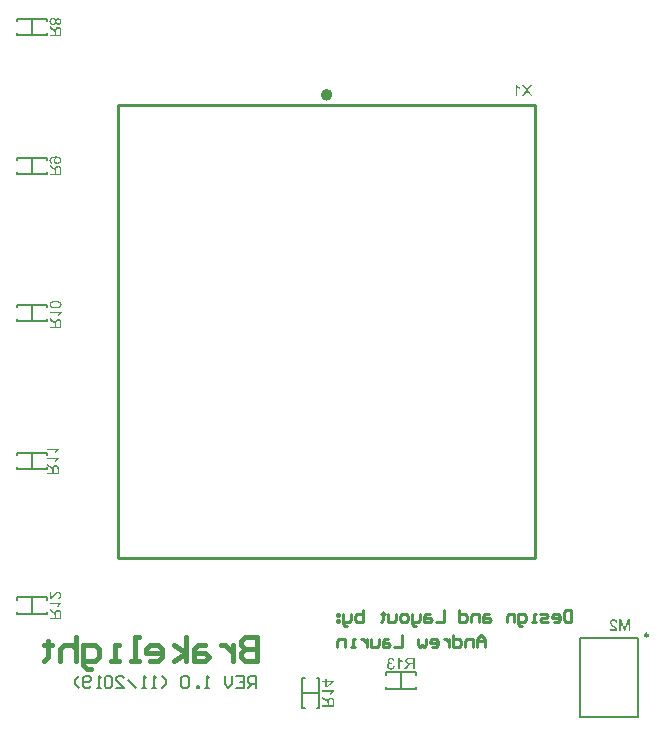
<source format=gbr>
%TF.GenerationSoftware,Altium Limited,Altium Designer,19.0.10 (269)*%
G04 Layer_Color=56026*
%FSLAX26Y26*%
%MOIN*%
%TF.FileFunction,Legend,Bot*%
%TF.Part,Single*%
G01*
G75*
%TA.AperFunction,NonConductor*%
%ADD22C,0.019685*%
%ADD23C,0.009842*%
%ADD24C,0.010000*%
%ADD25C,0.005906*%
%ADD26C,0.007874*%
%ADD27C,0.015748*%
G36*
X2011729Y2201448D02*
X2012028Y2200981D01*
X2012661Y2200049D01*
X2013360Y2199183D01*
X2014060Y2198384D01*
X2014393Y2198051D01*
X2014692Y2197718D01*
X2014959Y2197452D01*
X2015192Y2197219D01*
X2015425Y2197019D01*
X2015558Y2196886D01*
X2015658Y2196786D01*
X2015691Y2196752D01*
X2016824Y2195820D01*
X2018022Y2194954D01*
X2019188Y2194188D01*
X2019721Y2193822D01*
X2020254Y2193522D01*
X2020753Y2193223D01*
X2021186Y2192990D01*
X2021585Y2192756D01*
X2021918Y2192590D01*
X2022185Y2192457D01*
X2022418Y2192357D01*
X2022551Y2192290D01*
X2022584Y2192257D01*
Y2187695D01*
X2021752Y2188028D01*
X2020886Y2188427D01*
X2020054Y2188827D01*
X2019288Y2189227D01*
X2018955Y2189393D01*
X2018622Y2189593D01*
X2018355Y2189726D01*
X2018122Y2189859D01*
X2017922Y2189959D01*
X2017789Y2190059D01*
X2017689Y2190092D01*
X2017656Y2190126D01*
X2016657Y2190725D01*
X2015791Y2191325D01*
X2015025Y2191891D01*
X2014359Y2192357D01*
X2014093Y2192590D01*
X2013860Y2192790D01*
X2013660Y2192956D01*
X2013460Y2193123D01*
X2013327Y2193223D01*
X2013227Y2193323D01*
X2013194Y2193356D01*
X2013161Y2193389D01*
Y2163386D01*
X2008432D01*
Y2201914D01*
X2011496D01*
X2011729Y2201448D01*
D02*
G37*
G36*
X2049158Y2183266D02*
X2063976Y2163386D01*
X2057883D01*
X2048159Y2176706D01*
X2047926Y2177039D01*
X2047626Y2177438D01*
X2047326Y2177905D01*
X2047027Y2178338D01*
X2046760Y2178737D01*
X2046527Y2179103D01*
X2046461Y2179237D01*
X2046394Y2179303D01*
X2046327Y2179370D01*
Y2179403D01*
X2045761Y2178537D01*
X2045495Y2178171D01*
X2045262Y2177805D01*
X2045062Y2177505D01*
X2044896Y2177272D01*
X2044796Y2177139D01*
X2044762Y2177072D01*
X2035039Y2163386D01*
X2028778D01*
X2043164Y2183499D01*
X2029844Y2201781D01*
X2035372D01*
X2043064Y2191558D01*
X2043697Y2190725D01*
X2044263Y2189926D01*
X2044796Y2189193D01*
X2045228Y2188527D01*
X2045595Y2187994D01*
X2045728Y2187761D01*
X2045861Y2187562D01*
X2045961Y2187395D01*
X2046028Y2187295D01*
X2046094Y2187229D01*
Y2187195D01*
X2046494Y2187895D01*
X2046960Y2188660D01*
X2047460Y2189426D01*
X2047992Y2190192D01*
X2048459Y2190892D01*
X2048658Y2191158D01*
X2048825Y2191424D01*
X2048991Y2191624D01*
X2049091Y2191791D01*
X2049158Y2191891D01*
X2049191Y2191924D01*
X2056218Y2201781D01*
X2062245D01*
X2049158Y2183266D01*
D02*
G37*
G36*
X466379Y2425127D02*
X466979Y2425094D01*
X468144Y2424861D01*
X468677Y2424727D01*
X469210Y2424561D01*
X469643Y2424394D01*
X470076Y2424228D01*
X470475Y2424061D01*
X470808Y2423895D01*
X471108Y2423728D01*
X471341Y2423595D01*
X471541Y2423462D01*
X471707Y2423362D01*
X471774Y2423329D01*
X471807Y2423296D01*
X472274Y2422929D01*
X472706Y2422530D01*
X473472Y2421664D01*
X474105Y2420765D01*
X474638Y2419899D01*
X474838Y2419499D01*
X475037Y2419133D01*
X475204Y2418767D01*
X475304Y2418467D01*
X475404Y2418234D01*
X475470Y2418067D01*
X475537Y2417934D01*
Y2417901D01*
X475737Y2418434D01*
X475970Y2418900D01*
X476203Y2419366D01*
X476469Y2419766D01*
X476702Y2420165D01*
X476969Y2420498D01*
X477202Y2420831D01*
X477468Y2421098D01*
X477668Y2421364D01*
X477901Y2421564D01*
X478068Y2421764D01*
X478234Y2421897D01*
X478367Y2422030D01*
X478467Y2422097D01*
X478534Y2422163D01*
X478567D01*
X478933Y2422430D01*
X479333Y2422630D01*
X480132Y2422996D01*
X480932Y2423262D01*
X481664Y2423429D01*
X482297Y2423529D01*
X482563Y2423562D01*
X482796D01*
X482963Y2423595D01*
X483096D01*
X483196D01*
X483229D01*
X483995Y2423562D01*
X484728Y2423462D01*
X485427Y2423296D01*
X486093Y2423129D01*
X486726Y2422863D01*
X487292Y2422630D01*
X487858Y2422330D01*
X488324Y2422063D01*
X488790Y2421764D01*
X489190Y2421464D01*
X489523Y2421231D01*
X489789Y2420998D01*
X490022Y2420798D01*
X490189Y2420631D01*
X490289Y2420532D01*
X490322Y2420498D01*
X490855Y2419899D01*
X491288Y2419266D01*
X491687Y2418600D01*
X492020Y2417934D01*
X492287Y2417268D01*
X492553Y2416602D01*
X492720Y2415936D01*
X492886Y2415303D01*
X493019Y2414704D01*
X493086Y2414171D01*
X493153Y2413672D01*
X493219Y2413239D01*
Y2412906D01*
X493252Y2412640D01*
Y2412406D01*
X493219Y2411507D01*
X493119Y2410642D01*
X492986Y2409809D01*
X492820Y2409043D01*
X492587Y2408344D01*
X492353Y2407678D01*
X492087Y2407078D01*
X491821Y2406512D01*
X491554Y2406046D01*
X491288Y2405613D01*
X491055Y2405247D01*
X490822Y2404947D01*
X490655Y2404681D01*
X490522Y2404514D01*
X490422Y2404414D01*
X490389Y2404381D01*
X489823Y2403848D01*
X489257Y2403382D01*
X488690Y2402983D01*
X488091Y2402649D01*
X487492Y2402350D01*
X486892Y2402117D01*
X486326Y2401917D01*
X485793Y2401750D01*
X485294Y2401651D01*
X484828Y2401551D01*
X484428Y2401484D01*
X484062Y2401417D01*
X483762D01*
X483562Y2401384D01*
X483396D01*
X483362D01*
X482363Y2401451D01*
X481464Y2401617D01*
X480632Y2401817D01*
X479933Y2402083D01*
X479633Y2402217D01*
X479366Y2402350D01*
X479133Y2402450D01*
X478967Y2402550D01*
X478800Y2402649D01*
X478700Y2402716D01*
X478634Y2402783D01*
X478601D01*
X478234Y2403082D01*
X477901Y2403382D01*
X477269Y2404081D01*
X476769Y2404814D01*
X476336Y2405513D01*
X475970Y2406179D01*
X475837Y2406446D01*
X475737Y2406679D01*
X475637Y2406912D01*
X475603Y2407045D01*
X475537Y2407145D01*
Y2407178D01*
X475337Y2406546D01*
X475137Y2405946D01*
X474871Y2405380D01*
X474638Y2404847D01*
X474338Y2404348D01*
X474072Y2403915D01*
X473772Y2403515D01*
X473472Y2403149D01*
X473206Y2402816D01*
X472973Y2402550D01*
X472706Y2402283D01*
X472507Y2402117D01*
X472340Y2401950D01*
X472207Y2401850D01*
X472140Y2401784D01*
X472107Y2401750D01*
X471608Y2401417D01*
X471108Y2401118D01*
X470575Y2400885D01*
X470042Y2400651D01*
X469543Y2400485D01*
X469010Y2400318D01*
X468011Y2400085D01*
X467545Y2400019D01*
X467145Y2399952D01*
X466779Y2399919D01*
X466446Y2399886D01*
X466180Y2399852D01*
X465980D01*
X465847D01*
X465813D01*
X464881Y2399886D01*
X464015Y2400019D01*
X463183Y2400185D01*
X462417Y2400385D01*
X461651Y2400651D01*
X460985Y2400951D01*
X460352Y2401251D01*
X459753Y2401584D01*
X459253Y2401917D01*
X458787Y2402217D01*
X458387Y2402516D01*
X458054Y2402783D01*
X457788Y2402983D01*
X457622Y2403182D01*
X457488Y2403282D01*
X457455Y2403316D01*
X456856Y2403981D01*
X456356Y2404714D01*
X455890Y2405447D01*
X455524Y2406213D01*
X455191Y2407012D01*
X454924Y2407778D01*
X454691Y2408510D01*
X454525Y2409210D01*
X454358Y2409909D01*
X454258Y2410508D01*
X454192Y2411074D01*
X454158Y2411574D01*
X454125Y2411974D01*
X454092Y2412240D01*
Y2412506D01*
X454125Y2413539D01*
X454225Y2414538D01*
X454391Y2415470D01*
X454625Y2416336D01*
X454858Y2417135D01*
X455157Y2417901D01*
X455457Y2418567D01*
X455757Y2419200D01*
X456056Y2419766D01*
X456356Y2420265D01*
X456656Y2420665D01*
X456889Y2421031D01*
X457122Y2421298D01*
X457288Y2421497D01*
X457388Y2421631D01*
X457422Y2421664D01*
X458054Y2422296D01*
X458754Y2422829D01*
X459453Y2423296D01*
X460152Y2423695D01*
X460852Y2424028D01*
X461518Y2424294D01*
X462184Y2424528D01*
X462816Y2424727D01*
X463416Y2424861D01*
X463982Y2424961D01*
X464481Y2425060D01*
X464881Y2425094D01*
X465247Y2425127D01*
X465480Y2425160D01*
X465647D01*
X465713D01*
X466379Y2425127D01*
D02*
G37*
G36*
X465181Y2390295D02*
X466279Y2389563D01*
X467279Y2388797D01*
X468144Y2388097D01*
X468511Y2387764D01*
X468877Y2387465D01*
X469210Y2387165D01*
X469476Y2386899D01*
X469709Y2386666D01*
X469909Y2386466D01*
X470076Y2386332D01*
X470176Y2386199D01*
X470242Y2386133D01*
X470276Y2386099D01*
X470642Y2385666D01*
X470975Y2385200D01*
X471308Y2384668D01*
X471608Y2384168D01*
X471841Y2383735D01*
X472040Y2383369D01*
X472107Y2383236D01*
X472174Y2383136D01*
X472207Y2383069D01*
Y2383036D01*
X472373Y2384035D01*
X472573Y2384967D01*
X472806Y2385833D01*
X473073Y2386632D01*
X473339Y2387365D01*
X473639Y2388064D01*
X473938Y2388664D01*
X474238Y2389196D01*
X474538Y2389662D01*
X474804Y2390062D01*
X475071Y2390428D01*
X475304Y2390695D01*
X475470Y2390928D01*
X475603Y2391061D01*
X475703Y2391161D01*
X475737Y2391194D01*
X476269Y2391660D01*
X476836Y2392060D01*
X477435Y2392426D01*
X478001Y2392726D01*
X478601Y2392992D01*
X479167Y2393226D01*
X479733Y2393392D01*
X480232Y2393525D01*
X480732Y2393625D01*
X481198Y2393725D01*
X481598Y2393792D01*
X481964Y2393825D01*
X482230Y2393858D01*
X482463D01*
X482596D01*
X482630D01*
X483229Y2393825D01*
X483795Y2393792D01*
X484861Y2393625D01*
X485860Y2393359D01*
X486293Y2393226D01*
X486692Y2393059D01*
X487059Y2392926D01*
X487392Y2392759D01*
X487691Y2392626D01*
X487925Y2392526D01*
X488124Y2392393D01*
X488257Y2392327D01*
X488357Y2392293D01*
X488391Y2392260D01*
X488857Y2391960D01*
X489290Y2391627D01*
X489723Y2391261D01*
X490089Y2390928D01*
X490422Y2390562D01*
X490722Y2390195D01*
X491221Y2389529D01*
X491587Y2388930D01*
X491721Y2388664D01*
X491854Y2388430D01*
X491954Y2388264D01*
X492020Y2388131D01*
X492054Y2388031D01*
Y2387997D01*
X492253Y2387465D01*
X492420Y2386899D01*
X492553Y2386299D01*
X492686Y2385666D01*
X492853Y2384368D01*
X492986Y2383102D01*
X493019Y2382503D01*
X493053Y2381970D01*
X493086Y2381471D01*
X493119Y2381038D01*
Y2363189D01*
X454724D01*
Y2368284D01*
X471774D01*
Y2374844D01*
X471741Y2375410D01*
X471707Y2375910D01*
X471674Y2376309D01*
X471641Y2376609D01*
X471608Y2376809D01*
X471574Y2376942D01*
Y2376975D01*
X471441Y2377408D01*
X471274Y2377841D01*
X471108Y2378207D01*
X470942Y2378574D01*
X470775Y2378840D01*
X470675Y2379073D01*
X470575Y2379240D01*
X470542Y2379273D01*
X470242Y2379706D01*
X469843Y2380172D01*
X469410Y2380605D01*
X469010Y2381005D01*
X468611Y2381371D01*
X468277Y2381637D01*
X468144Y2381737D01*
X468044Y2381804D01*
X468011Y2381870D01*
X467978D01*
X467611Y2382137D01*
X467212Y2382436D01*
X466379Y2383036D01*
X465514Y2383669D01*
X464648Y2384235D01*
X464281Y2384501D01*
X463915Y2384767D01*
X463582Y2384967D01*
X463283Y2385167D01*
X463049Y2385334D01*
X462883Y2385433D01*
X462750Y2385500D01*
X462716Y2385533D01*
X454724Y2390595D01*
Y2396955D01*
X465181Y2390295D01*
D02*
G37*
G36*
X476654Y1481339D02*
X477587Y1481305D01*
X478453Y1481239D01*
X479252Y1481172D01*
X479984Y1481106D01*
X480684Y1481006D01*
X481283Y1480939D01*
X481849Y1480873D01*
X482315Y1480773D01*
X482715Y1480706D01*
X483081Y1480639D01*
X483348Y1480573D01*
X483514Y1480540D01*
X483647Y1480506D01*
X483681D01*
X484880Y1480140D01*
X485978Y1479774D01*
X486478Y1479574D01*
X486977Y1479374D01*
X487410Y1479174D01*
X487777Y1478975D01*
X488143Y1478808D01*
X488476Y1478641D01*
X488742Y1478475D01*
X488975Y1478375D01*
X489142Y1478242D01*
X489275Y1478175D01*
X489342Y1478142D01*
X489375Y1478109D01*
X490207Y1477509D01*
X490940Y1476877D01*
X491539Y1476244D01*
X492072Y1475611D01*
X492472Y1475078D01*
X492605Y1474845D01*
X492738Y1474646D01*
X492838Y1474479D01*
X492905Y1474346D01*
X492971Y1474279D01*
Y1474246D01*
X493404Y1473347D01*
X493704Y1472414D01*
X493937Y1471515D01*
X494070Y1470683D01*
X494137Y1470283D01*
X494170Y1469950D01*
X494204Y1469650D01*
Y1469384D01*
X494237Y1469151D01*
Y1468851D01*
X494204Y1468085D01*
X494137Y1467353D01*
X494037Y1466653D01*
X493870Y1465987D01*
X493704Y1465388D01*
X493538Y1464822D01*
X493304Y1464289D01*
X493105Y1463790D01*
X492905Y1463357D01*
X492705Y1462991D01*
X492505Y1462658D01*
X492339Y1462391D01*
X492172Y1462191D01*
X492072Y1462025D01*
X492006Y1461925D01*
X491972Y1461892D01*
X491539Y1461392D01*
X491073Y1460926D01*
X490041Y1460060D01*
X488975Y1459361D01*
X487943Y1458761D01*
X487444Y1458528D01*
X487011Y1458329D01*
X486611Y1458129D01*
X486278Y1457995D01*
X485978Y1457862D01*
X485779Y1457796D01*
X485612Y1457762D01*
X485579Y1457729D01*
X484780Y1457496D01*
X483914Y1457263D01*
X483015Y1457096D01*
X482116Y1456930D01*
X480284Y1456664D01*
X479385Y1456597D01*
X478553Y1456497D01*
X477720Y1456464D01*
X476987Y1456397D01*
X476321Y1456364D01*
X475755D01*
X475289Y1456331D01*
X474923D01*
X474790D01*
X474690D01*
X474656D01*
X474623D01*
X473624D01*
X472658Y1456364D01*
X471759Y1456430D01*
X470860Y1456497D01*
X469994Y1456597D01*
X469162Y1456697D01*
X468396Y1456797D01*
X467630Y1456930D01*
X466231Y1457196D01*
X464933Y1457529D01*
X463801Y1457862D01*
X462768Y1458229D01*
X461869Y1458595D01*
X461103Y1458928D01*
X460471Y1459261D01*
X459938Y1459527D01*
X459538Y1459794D01*
X459238Y1459960D01*
X459072Y1460093D01*
X459005Y1460127D01*
X458306Y1460759D01*
X457707Y1461425D01*
X457174Y1462091D01*
X456741Y1462824D01*
X456341Y1463557D01*
X456042Y1464289D01*
X455775Y1464988D01*
X455575Y1465688D01*
X455409Y1466321D01*
X455276Y1466920D01*
X455209Y1467453D01*
X455143Y1467919D01*
X455109Y1468319D01*
X455076Y1468618D01*
Y1468851D01*
X455109Y1469617D01*
X455176Y1470350D01*
X455276Y1471049D01*
X455442Y1471715D01*
X455609Y1472314D01*
X455775Y1472914D01*
X455975Y1473413D01*
X456208Y1473913D01*
X456408Y1474346D01*
X456608Y1474712D01*
X456774Y1475045D01*
X456974Y1475312D01*
X457107Y1475545D01*
X457207Y1475678D01*
X457274Y1475778D01*
X457307Y1475811D01*
X457740Y1476311D01*
X458240Y1476777D01*
X459272Y1477642D01*
X460337Y1478342D01*
X461370Y1478941D01*
X461836Y1479174D01*
X462269Y1479374D01*
X462668Y1479574D01*
X463035Y1479707D01*
X463301Y1479840D01*
X463534Y1479907D01*
X463667Y1479974D01*
X463701D01*
X464500Y1480207D01*
X465366Y1480440D01*
X466265Y1480639D01*
X467164Y1480773D01*
X468995Y1481039D01*
X469861Y1481139D01*
X470727Y1481206D01*
X471526Y1481272D01*
X472259Y1481305D01*
X472925Y1481339D01*
X473491D01*
X473957Y1481372D01*
X474323D01*
X474457D01*
X474557D01*
X474590D01*
X474623D01*
X475655D01*
X476654Y1481339D01*
D02*
G37*
G36*
X494237Y1441179D02*
X493771Y1440946D01*
X493304Y1440646D01*
X492372Y1440014D01*
X491506Y1439314D01*
X490707Y1438615D01*
X490374Y1438282D01*
X490041Y1437982D01*
X489775Y1437716D01*
X489541Y1437483D01*
X489342Y1437250D01*
X489209Y1437116D01*
X489109Y1437016D01*
X489075Y1436983D01*
X488143Y1435851D01*
X487277Y1434652D01*
X486511Y1433487D01*
X486145Y1432954D01*
X485845Y1432421D01*
X485546Y1431922D01*
X485312Y1431489D01*
X485079Y1431089D01*
X484913Y1430756D01*
X484780Y1430490D01*
X484680Y1430257D01*
X484613Y1430123D01*
X484580Y1430090D01*
X480018D01*
X480351Y1430923D01*
X480750Y1431788D01*
X481150Y1432621D01*
X481550Y1433387D01*
X481716Y1433720D01*
X481916Y1434053D01*
X482049Y1434319D01*
X482182Y1434552D01*
X482282Y1434752D01*
X482382Y1434885D01*
X482415Y1434985D01*
X482449Y1435018D01*
X483048Y1436017D01*
X483647Y1436883D01*
X484214Y1437649D01*
X484680Y1438315D01*
X484913Y1438582D01*
X485113Y1438815D01*
X485279Y1439014D01*
X485446Y1439214D01*
X485546Y1439348D01*
X485645Y1439447D01*
X485679Y1439481D01*
X485712Y1439514D01*
X455709D01*
Y1444243D01*
X494237D01*
Y1441179D01*
D02*
G37*
G36*
X466165Y1416870D02*
X467264Y1416137D01*
X468263Y1415371D01*
X469129Y1414672D01*
X469495Y1414339D01*
X469861Y1414040D01*
X470194Y1413740D01*
X470461Y1413473D01*
X470694Y1413240D01*
X470894Y1413041D01*
X471060Y1412907D01*
X471160Y1412774D01*
X471226Y1412707D01*
X471260Y1412674D01*
X471626Y1412241D01*
X471959Y1411775D01*
X472292Y1411242D01*
X472592Y1410743D01*
X472825Y1410310D01*
X473025Y1409944D01*
X473091Y1409810D01*
X473158Y1409710D01*
X473191Y1409644D01*
Y1409611D01*
X473358Y1410610D01*
X473558Y1411542D01*
X473791Y1412408D01*
X474057Y1413207D01*
X474323Y1413940D01*
X474623Y1414639D01*
X474923Y1415238D01*
X475223Y1415771D01*
X475522Y1416237D01*
X475789Y1416637D01*
X476055Y1417003D01*
X476288Y1417270D01*
X476455Y1417503D01*
X476588Y1417636D01*
X476688Y1417736D01*
X476721Y1417769D01*
X477254Y1418235D01*
X477820Y1418635D01*
X478419Y1419001D01*
X478985Y1419301D01*
X479585Y1419567D01*
X480151Y1419800D01*
X480717Y1419967D01*
X481216Y1420100D01*
X481716Y1420200D01*
X482182Y1420300D01*
X482582Y1420367D01*
X482948Y1420400D01*
X483214Y1420433D01*
X483448D01*
X483581D01*
X483614D01*
X484214Y1420400D01*
X484780Y1420367D01*
X485845Y1420200D01*
X486844Y1419934D01*
X487277Y1419800D01*
X487677Y1419634D01*
X488043Y1419501D01*
X488376Y1419334D01*
X488676Y1419201D01*
X488909Y1419101D01*
X489109Y1418968D01*
X489242Y1418901D01*
X489342Y1418868D01*
X489375Y1418835D01*
X489841Y1418535D01*
X490274Y1418202D01*
X490707Y1417836D01*
X491073Y1417503D01*
X491406Y1417136D01*
X491706Y1416770D01*
X492205Y1416104D01*
X492572Y1415505D01*
X492705Y1415238D01*
X492838Y1415005D01*
X492938Y1414839D01*
X493005Y1414706D01*
X493038Y1414606D01*
Y1414572D01*
X493238Y1414040D01*
X493404Y1413473D01*
X493538Y1412874D01*
X493671Y1412241D01*
X493837Y1410943D01*
X493970Y1409677D01*
X494004Y1409078D01*
X494037Y1408545D01*
X494070Y1408045D01*
X494104Y1407613D01*
Y1389764D01*
X455709D01*
Y1394859D01*
X472758D01*
Y1401419D01*
X472725Y1401985D01*
X472692Y1402484D01*
X472658Y1402884D01*
X472625Y1403184D01*
X472592Y1403383D01*
X472558Y1403517D01*
Y1403550D01*
X472425Y1403983D01*
X472259Y1404416D01*
X472092Y1404782D01*
X471926Y1405148D01*
X471759Y1405415D01*
X471659Y1405648D01*
X471560Y1405814D01*
X471526Y1405848D01*
X471226Y1406281D01*
X470827Y1406747D01*
X470394Y1407180D01*
X469994Y1407579D01*
X469595Y1407946D01*
X469262Y1408212D01*
X469129Y1408312D01*
X469029Y1408379D01*
X468995Y1408445D01*
X468962D01*
X468596Y1408711D01*
X468196Y1409011D01*
X467364Y1409611D01*
X466498Y1410243D01*
X465632Y1410809D01*
X465266Y1411076D01*
X464899Y1411342D01*
X464567Y1411542D01*
X464267Y1411742D01*
X464034Y1411908D01*
X463867Y1412008D01*
X463734Y1412075D01*
X463701Y1412108D01*
X455709Y1417170D01*
Y1423530D01*
X466165Y1416870D01*
D02*
G37*
G36*
X485378Y984795D02*
X484912Y984562D01*
X484446Y984263D01*
X483514Y983630D01*
X482648Y982931D01*
X481849Y982231D01*
X481516Y981898D01*
X481183Y981598D01*
X480916Y981332D01*
X480683Y981099D01*
X480483Y980866D01*
X480350Y980733D01*
X480250Y980633D01*
X480217Y980600D01*
X479285Y979467D01*
X478419Y978269D01*
X477653Y977103D01*
X477287Y976570D01*
X476987Y976037D01*
X476687Y975538D01*
X476454Y975105D01*
X476221Y974705D01*
X476055Y974372D01*
X475921Y974106D01*
X475821Y973873D01*
X475755Y973740D01*
X475721Y973706D01*
X471159D01*
X471492Y974539D01*
X471892Y975405D01*
X472292Y976237D01*
X472691Y977003D01*
X472858Y977336D01*
X473058Y977669D01*
X473191Y977936D01*
X473324Y978169D01*
X473424Y978368D01*
X473524Y978502D01*
X473557Y978601D01*
X473590Y978635D01*
X474190Y979634D01*
X474789Y980500D01*
X475355Y981265D01*
X475821Y981932D01*
X476055Y982198D01*
X476254Y982431D01*
X476421Y982631D01*
X476587Y982831D01*
X476687Y982964D01*
X476787Y983064D01*
X476820Y983097D01*
X476854Y983130D01*
X446850D01*
Y987859D01*
X485378D01*
Y984795D01*
D02*
G37*
G36*
Y954958D02*
X484912Y954725D01*
X484446Y954426D01*
X483514Y953793D01*
X482648Y953094D01*
X481849Y952394D01*
X481516Y952061D01*
X481183Y951762D01*
X480916Y951495D01*
X480683Y951262D01*
X480483Y951029D01*
X480350Y950896D01*
X480250Y950796D01*
X480217Y950763D01*
X479285Y949630D01*
X478419Y948432D01*
X477653Y947266D01*
X477287Y946733D01*
X476987Y946201D01*
X476687Y945701D01*
X476454Y945268D01*
X476221Y944869D01*
X476055Y944536D01*
X475921Y944269D01*
X475821Y944036D01*
X475755Y943903D01*
X475721Y943870D01*
X471159D01*
X471492Y944702D01*
X471892Y945568D01*
X472292Y946400D01*
X472691Y947166D01*
X472858Y947499D01*
X473058Y947832D01*
X473191Y948099D01*
X473324Y948332D01*
X473424Y948532D01*
X473524Y948665D01*
X473557Y948765D01*
X473590Y948798D01*
X474190Y949797D01*
X474789Y950663D01*
X475355Y951429D01*
X475821Y952095D01*
X476055Y952361D01*
X476254Y952594D01*
X476421Y952794D01*
X476587Y952994D01*
X476687Y953127D01*
X476787Y953227D01*
X476820Y953260D01*
X476854Y953293D01*
X446850D01*
Y958022D01*
X485378D01*
Y954958D01*
D02*
G37*
G36*
X457307Y930649D02*
X458406Y929917D01*
X459404Y929151D01*
X460270Y928452D01*
X460637Y928119D01*
X461003Y927819D01*
X461336Y927519D01*
X461602Y927253D01*
X461835Y927020D01*
X462035Y926820D01*
X462202Y926687D01*
X462302Y926554D01*
X462368Y926487D01*
X462401Y926454D01*
X462768Y926021D01*
X463101Y925555D01*
X463434Y925022D01*
X463733Y924522D01*
X463967Y924089D01*
X464166Y923723D01*
X464233Y923590D01*
X464300Y923490D01*
X464333Y923423D01*
Y923390D01*
X464499Y924389D01*
X464699Y925322D01*
X464932Y926187D01*
X465199Y926986D01*
X465465Y927719D01*
X465765Y928418D01*
X466065Y929018D01*
X466364Y929551D01*
X466664Y930017D01*
X466930Y930416D01*
X467197Y930783D01*
X467430Y931049D01*
X467596Y931282D01*
X467729Y931415D01*
X467829Y931515D01*
X467863Y931549D01*
X468396Y932015D01*
X468962Y932414D01*
X469561Y932781D01*
X470127Y933080D01*
X470726Y933347D01*
X471293Y933580D01*
X471859Y933746D01*
X472358Y933880D01*
X472858Y933980D01*
X473324Y934079D01*
X473724Y934146D01*
X474090Y934179D01*
X474356Y934213D01*
X474589D01*
X474723D01*
X474756D01*
X475355Y934179D01*
X475921Y934146D01*
X476987Y933980D01*
X477986Y933713D01*
X478419Y933580D01*
X478818Y933413D01*
X479185Y933280D01*
X479518Y933114D01*
X479817Y932981D01*
X480050Y932881D01*
X480250Y932747D01*
X480384Y932681D01*
X480483Y932648D01*
X480517Y932614D01*
X480983Y932314D01*
X481416Y931981D01*
X481849Y931615D01*
X482215Y931282D01*
X482548Y930916D01*
X482848Y930550D01*
X483347Y929884D01*
X483714Y929284D01*
X483847Y929018D01*
X483980Y928785D01*
X484080Y928618D01*
X484146Y928485D01*
X484180Y928385D01*
Y928352D01*
X484380Y927819D01*
X484546Y927253D01*
X484679Y926654D01*
X484812Y926021D01*
X484979Y924722D01*
X485112Y923457D01*
X485145Y922857D01*
X485179Y922324D01*
X485212Y921825D01*
X485245Y921392D01*
Y903543D01*
X446850D01*
Y908638D01*
X463900D01*
Y915198D01*
X463867Y915764D01*
X463833Y916264D01*
X463800Y916663D01*
X463767Y916963D01*
X463733Y917163D01*
X463700Y917296D01*
Y917330D01*
X463567Y917762D01*
X463401Y918195D01*
X463234Y918562D01*
X463067Y918928D01*
X462901Y919194D01*
X462801Y919427D01*
X462701Y919594D01*
X462668Y919627D01*
X462368Y920060D01*
X461969Y920526D01*
X461536Y920959D01*
X461136Y921359D01*
X460736Y921725D01*
X460404Y921991D01*
X460270Y922091D01*
X460170Y922158D01*
X460137Y922225D01*
X460104D01*
X459738Y922491D01*
X459338Y922791D01*
X458505Y923390D01*
X457640Y924023D01*
X456774Y924589D01*
X456408Y924855D01*
X456041Y925122D01*
X455708Y925322D01*
X455409Y925521D01*
X455175Y925688D01*
X455009Y925788D01*
X454876Y925854D01*
X454842Y925888D01*
X446850Y930949D01*
Y937309D01*
X457307Y930649D01*
D02*
G37*
G36*
X459253Y492803D02*
X459719Y493103D01*
X460186Y493436D01*
X460618Y493769D01*
X460985Y494068D01*
X461318Y494335D01*
X461584Y494568D01*
X461717Y494701D01*
X461784Y494768D01*
X462050Y495034D01*
X462350Y495334D01*
X462716Y495733D01*
X463083Y496133D01*
X463882Y497032D01*
X464681Y497964D01*
X465047Y498397D01*
X465414Y498830D01*
X465747Y499197D01*
X466046Y499530D01*
X466279Y499829D01*
X466446Y500029D01*
X466579Y500196D01*
X466613Y500229D01*
X467412Y501161D01*
X468144Y501994D01*
X468844Y502793D01*
X469476Y503492D01*
X470076Y504158D01*
X470642Y504724D01*
X471141Y505257D01*
X471608Y505757D01*
X472007Y506156D01*
X472373Y506489D01*
X472673Y506789D01*
X472906Y507055D01*
X473106Y507222D01*
X473272Y507355D01*
X473339Y507422D01*
X473372Y507455D01*
X474272Y508221D01*
X475137Y508887D01*
X475937Y509420D01*
X476636Y509853D01*
X476935Y510019D01*
X477202Y510186D01*
X477435Y510319D01*
X477668Y510419D01*
X477801Y510485D01*
X477935Y510552D01*
X478001Y510585D01*
X478034D01*
X478867Y510918D01*
X479699Y511151D01*
X480465Y511318D01*
X481165Y511418D01*
X481731Y511518D01*
X481997D01*
X482197Y511551D01*
X482363D01*
X482497D01*
X482563D01*
X482596D01*
X483429Y511518D01*
X484228Y511418D01*
X484994Y511251D01*
X485693Y511051D01*
X486359Y510818D01*
X486992Y510519D01*
X487558Y510252D01*
X488091Y509952D01*
X488557Y509620D01*
X488990Y509353D01*
X489356Y509087D01*
X489656Y508820D01*
X489889Y508620D01*
X490056Y508454D01*
X490156Y508354D01*
X490189Y508321D01*
X490722Y507688D01*
X491188Y507022D01*
X491621Y506323D01*
X491954Y505590D01*
X492253Y504858D01*
X492520Y504125D01*
X492720Y503426D01*
X492886Y502726D01*
X492986Y502094D01*
X493086Y501494D01*
X493153Y500928D01*
X493219Y500462D01*
Y500096D01*
X493252Y499796D01*
Y499563D01*
X493219Y498564D01*
X493119Y497632D01*
X492986Y496732D01*
X492820Y495900D01*
X492587Y495134D01*
X492353Y494401D01*
X492087Y493735D01*
X491821Y493169D01*
X491554Y492637D01*
X491288Y492170D01*
X491055Y491771D01*
X490822Y491438D01*
X490655Y491171D01*
X490522Y491005D01*
X490422Y490872D01*
X490389Y490838D01*
X489823Y490272D01*
X489223Y489739D01*
X488591Y489307D01*
X487891Y488907D01*
X487225Y488541D01*
X486526Y488241D01*
X485860Y488008D01*
X485194Y487775D01*
X484561Y487608D01*
X483995Y487475D01*
X483462Y487342D01*
X483029Y487275D01*
X482663Y487209D01*
X482363Y487175D01*
X482197Y487142D01*
X482130D01*
X481631Y492004D01*
X482297Y492037D01*
X482896Y492104D01*
X483496Y492204D01*
X484028Y492337D01*
X484528Y492470D01*
X484994Y492637D01*
X485427Y492836D01*
X485827Y493036D01*
X486160Y493203D01*
X486459Y493402D01*
X486692Y493569D01*
X486925Y493735D01*
X487092Y493835D01*
X487192Y493935D01*
X487259Y494002D01*
X487292Y494035D01*
X487658Y494435D01*
X487958Y494868D01*
X488257Y495300D01*
X488491Y495733D01*
X488690Y496200D01*
X488857Y496632D01*
X489090Y497498D01*
X489190Y497898D01*
X489257Y498298D01*
X489290Y498630D01*
X489323Y498897D01*
X489356Y499130D01*
Y499463D01*
X489323Y500062D01*
X489290Y500628D01*
X489190Y501161D01*
X489057Y501627D01*
X488923Y502094D01*
X488757Y502527D01*
X488557Y502926D01*
X488391Y503293D01*
X488224Y503625D01*
X488024Y503892D01*
X487858Y504125D01*
X487725Y504325D01*
X487591Y504491D01*
X487525Y504591D01*
X487458Y504658D01*
X487425Y504691D01*
X487059Y505057D01*
X486659Y505357D01*
X486260Y505623D01*
X485860Y505857D01*
X485460Y506056D01*
X485094Y506190D01*
X484328Y506456D01*
X483995Y506523D01*
X483695Y506589D01*
X483396Y506623D01*
X483163Y506656D01*
X482963Y506689D01*
X482830D01*
X482730D01*
X482696D01*
X482197Y506656D01*
X481697Y506589D01*
X481198Y506489D01*
X480698Y506356D01*
X479733Y505990D01*
X478867Y505590D01*
X478467Y505390D01*
X478134Y505191D01*
X477801Y504991D01*
X477535Y504824D01*
X477335Y504691D01*
X477169Y504591D01*
X477069Y504525D01*
X477035Y504491D01*
X476436Y504025D01*
X475837Y503492D01*
X475171Y502893D01*
X474505Y502260D01*
X473805Y501561D01*
X473139Y500862D01*
X472473Y500129D01*
X471841Y499430D01*
X471241Y498764D01*
X470675Y498131D01*
X470176Y497565D01*
X469743Y497032D01*
X469376Y496632D01*
X469110Y496300D01*
X468943Y496100D01*
X468877Y496066D01*
Y496033D01*
X468277Y495300D01*
X467678Y494601D01*
X467112Y493969D01*
X466579Y493369D01*
X466080Y492836D01*
X465580Y492303D01*
X465147Y491871D01*
X464748Y491438D01*
X464381Y491071D01*
X464048Y490772D01*
X463749Y490505D01*
X463516Y490272D01*
X463349Y490106D01*
X463183Y489973D01*
X463116Y489906D01*
X463083Y489873D01*
X462150Y489140D01*
X461218Y488507D01*
X460385Y487941D01*
X459586Y487542D01*
X459253Y487342D01*
X458954Y487209D01*
X458654Y487075D01*
X458421Y486976D01*
X458254Y486876D01*
X458121Y486809D01*
X458021Y486776D01*
X457988D01*
X457388Y486576D01*
X456822Y486443D01*
X456256Y486343D01*
X455757Y486276D01*
X455357Y486243D01*
X455024D01*
X454891D01*
X454791D01*
X454758D01*
X454724D01*
Y511618D01*
X459253D01*
Y492803D01*
D02*
G37*
G36*
X493252Y471691D02*
X492786Y471458D01*
X492320Y471158D01*
X491388Y470525D01*
X490522Y469826D01*
X489723Y469127D01*
X489390Y468794D01*
X489057Y468494D01*
X488790Y468228D01*
X488557Y467995D01*
X488357Y467761D01*
X488224Y467628D01*
X488124Y467528D01*
X488091Y467495D01*
X487159Y466363D01*
X486293Y465164D01*
X485527Y463998D01*
X485161Y463466D01*
X484861Y462933D01*
X484561Y462433D01*
X484328Y462000D01*
X484095Y461601D01*
X483928Y461268D01*
X483795Y461002D01*
X483695Y460768D01*
X483629Y460635D01*
X483596Y460602D01*
X479033D01*
X479366Y461434D01*
X479766Y462300D01*
X480166Y463133D01*
X480565Y463899D01*
X480732Y464232D01*
X480932Y464565D01*
X481065Y464831D01*
X481198Y465064D01*
X481298Y465264D01*
X481398Y465397D01*
X481431Y465497D01*
X481464Y465530D01*
X482064Y466529D01*
X482663Y467395D01*
X483229Y468161D01*
X483695Y468827D01*
X483928Y469093D01*
X484128Y469327D01*
X484295Y469526D01*
X484461Y469726D01*
X484561Y469859D01*
X484661Y469959D01*
X484694Y469993D01*
X484728Y470026D01*
X454724D01*
Y474754D01*
X493252D01*
Y471691D01*
D02*
G37*
G36*
X465181Y447382D02*
X466279Y446649D01*
X467279Y445883D01*
X468144Y445184D01*
X468511Y444851D01*
X468877Y444551D01*
X469210Y444252D01*
X469476Y443985D01*
X469709Y443752D01*
X469909Y443552D01*
X470076Y443419D01*
X470176Y443286D01*
X470242Y443219D01*
X470276Y443186D01*
X470642Y442753D01*
X470975Y442287D01*
X471308Y441754D01*
X471608Y441255D01*
X471841Y440822D01*
X472040Y440455D01*
X472107Y440322D01*
X472174Y440222D01*
X472207Y440156D01*
Y440122D01*
X472373Y441121D01*
X472573Y442054D01*
X472806Y442920D01*
X473073Y443719D01*
X473339Y444451D01*
X473639Y445151D01*
X473938Y445750D01*
X474238Y446283D01*
X474538Y446749D01*
X474804Y447149D01*
X475071Y447515D01*
X475304Y447781D01*
X475470Y448014D01*
X475603Y448148D01*
X475703Y448248D01*
X475737Y448281D01*
X476269Y448747D01*
X476836Y449147D01*
X477435Y449513D01*
X478001Y449813D01*
X478601Y450079D01*
X479167Y450312D01*
X479733Y450479D01*
X480232Y450612D01*
X480732Y450712D01*
X481198Y450812D01*
X481598Y450878D01*
X481964Y450912D01*
X482230Y450945D01*
X482463D01*
X482596D01*
X482630D01*
X483229Y450912D01*
X483795Y450878D01*
X484861Y450712D01*
X485860Y450445D01*
X486293Y450312D01*
X486692Y450146D01*
X487059Y450012D01*
X487392Y449846D01*
X487691Y449713D01*
X487925Y449613D01*
X488124Y449480D01*
X488257Y449413D01*
X488357Y449380D01*
X488391Y449346D01*
X488857Y449047D01*
X489290Y448714D01*
X489723Y448348D01*
X490089Y448014D01*
X490422Y447648D01*
X490722Y447282D01*
X491221Y446616D01*
X491587Y446017D01*
X491721Y445750D01*
X491854Y445517D01*
X491954Y445351D01*
X492020Y445217D01*
X492054Y445117D01*
Y445084D01*
X492253Y444551D01*
X492420Y443985D01*
X492553Y443386D01*
X492686Y442753D01*
X492853Y441454D01*
X492986Y440189D01*
X493019Y439590D01*
X493053Y439057D01*
X493086Y438557D01*
X493119Y438124D01*
Y420276D01*
X454724D01*
Y425370D01*
X471774D01*
Y431931D01*
X471741Y432497D01*
X471707Y432996D01*
X471674Y433396D01*
X471641Y433695D01*
X471608Y433895D01*
X471574Y434029D01*
Y434062D01*
X471441Y434495D01*
X471274Y434928D01*
X471108Y435294D01*
X470942Y435660D01*
X470775Y435927D01*
X470675Y436160D01*
X470575Y436326D01*
X470542Y436360D01*
X470242Y436792D01*
X469843Y437259D01*
X469410Y437692D01*
X469010Y438091D01*
X468611Y438457D01*
X468277Y438724D01*
X468144Y438824D01*
X468044Y438890D01*
X468011Y438957D01*
X467978D01*
X467611Y439223D01*
X467212Y439523D01*
X466379Y440122D01*
X465514Y440755D01*
X464648Y441321D01*
X464281Y441588D01*
X463915Y441854D01*
X463582Y442054D01*
X463283Y442254D01*
X463049Y442420D01*
X462883Y442520D01*
X462750Y442587D01*
X462716Y442620D01*
X454724Y447682D01*
Y454042D01*
X465181Y447382D01*
D02*
G37*
G36*
X2335119Y420385D02*
X2336051Y420285D01*
X2336950Y420151D01*
X2337782Y419985D01*
X2338548Y419752D01*
X2339281Y419519D01*
X2339947Y419252D01*
X2340513Y418986D01*
X2341046Y418720D01*
X2341512Y418453D01*
X2341912Y418220D01*
X2342245Y417987D01*
X2342511Y417820D01*
X2342678Y417687D01*
X2342811Y417587D01*
X2342844Y417554D01*
X2343410Y416988D01*
X2343943Y416389D01*
X2344376Y415756D01*
X2344776Y415057D01*
X2345142Y414391D01*
X2345441Y413691D01*
X2345675Y413025D01*
X2345908Y412359D01*
X2346074Y411727D01*
X2346207Y411161D01*
X2346341Y410628D01*
X2346407Y410195D01*
X2346474Y409829D01*
X2346507Y409529D01*
X2346540Y409362D01*
Y409296D01*
X2341679Y408796D01*
X2341645Y409462D01*
X2341579Y410062D01*
X2341479Y410661D01*
X2341346Y411194D01*
X2341212Y411693D01*
X2341046Y412159D01*
X2340846Y412592D01*
X2340646Y412992D01*
X2340480Y413325D01*
X2340280Y413625D01*
X2340113Y413858D01*
X2339947Y414091D01*
X2339847Y414257D01*
X2339747Y414357D01*
X2339681Y414424D01*
X2339647Y414457D01*
X2339248Y414824D01*
X2338815Y415123D01*
X2338382Y415423D01*
X2337949Y415656D01*
X2337483Y415856D01*
X2337050Y416022D01*
X2336184Y416255D01*
X2335785Y416355D01*
X2335385Y416422D01*
X2335052Y416455D01*
X2334785Y416488D01*
X2334552Y416522D01*
X2334219D01*
X2333620Y416488D01*
X2333054Y416455D01*
X2332521Y416355D01*
X2332055Y416222D01*
X2331589Y416089D01*
X2331156Y415922D01*
X2330756Y415723D01*
X2330390Y415556D01*
X2330057Y415390D01*
X2329791Y415190D01*
X2329557Y415023D01*
X2329358Y414890D01*
X2329191Y414757D01*
X2329091Y414690D01*
X2329025Y414624D01*
X2328991Y414590D01*
X2328625Y414224D01*
X2328325Y413825D01*
X2328059Y413425D01*
X2327826Y413025D01*
X2327626Y412626D01*
X2327493Y412259D01*
X2327226Y411493D01*
X2327160Y411161D01*
X2327093Y410861D01*
X2327060Y410561D01*
X2327027Y410328D01*
X2326993Y410128D01*
Y409995D01*
Y409895D01*
Y409862D01*
X2327027Y409362D01*
X2327093Y408863D01*
X2327193Y408363D01*
X2327326Y407864D01*
X2327693Y406898D01*
X2328092Y406032D01*
X2328292Y405633D01*
X2328492Y405300D01*
X2328692Y404967D01*
X2328858Y404700D01*
X2328991Y404500D01*
X2329091Y404334D01*
X2329158Y404234D01*
X2329191Y404201D01*
X2329657Y403601D01*
X2330190Y403002D01*
X2330789Y402336D01*
X2331422Y401670D01*
X2332122Y400971D01*
X2332821Y400305D01*
X2333553Y399639D01*
X2334253Y399006D01*
X2334919Y398407D01*
X2335551Y397841D01*
X2336117Y397341D01*
X2336650Y396908D01*
X2337050Y396542D01*
X2337383Y396275D01*
X2337583Y396109D01*
X2337616Y396042D01*
X2337649D01*
X2338382Y395443D01*
X2339081Y394844D01*
X2339714Y394277D01*
X2340313Y393745D01*
X2340846Y393245D01*
X2341379Y392746D01*
X2341812Y392313D01*
X2342245Y391913D01*
X2342611Y391547D01*
X2342911Y391214D01*
X2343177Y390914D01*
X2343410Y390681D01*
X2343577Y390514D01*
X2343710Y390348D01*
X2343776Y390281D01*
X2343810Y390248D01*
X2344542Y389316D01*
X2345175Y388383D01*
X2345741Y387551D01*
X2346141Y386752D01*
X2346341Y386419D01*
X2346474Y386119D01*
X2346607Y385819D01*
X2346707Y385586D01*
X2346807Y385420D01*
X2346873Y385286D01*
X2346907Y385187D01*
Y385153D01*
X2347106Y384554D01*
X2347240Y383988D01*
X2347340Y383422D01*
X2347406Y382922D01*
X2347439Y382522D01*
Y382190D01*
Y382056D01*
Y381956D01*
Y381923D01*
Y381890D01*
X2322065D01*
Y386419D01*
X2340879D01*
X2340580Y386885D01*
X2340247Y387351D01*
X2339914Y387784D01*
X2339614Y388150D01*
X2339348Y388483D01*
X2339115Y388750D01*
X2338981Y388883D01*
X2338915Y388949D01*
X2338648Y389216D01*
X2338349Y389515D01*
X2337949Y389882D01*
X2337549Y390248D01*
X2336650Y391047D01*
X2335718Y391846D01*
X2335285Y392213D01*
X2334852Y392579D01*
X2334486Y392912D01*
X2334153Y393212D01*
X2333853Y393445D01*
X2333653Y393611D01*
X2333487Y393745D01*
X2333454Y393778D01*
X2332521Y394577D01*
X2331689Y395310D01*
X2330889Y396009D01*
X2330190Y396642D01*
X2329524Y397241D01*
X2328958Y397807D01*
X2328425Y398307D01*
X2327926Y398773D01*
X2327526Y399173D01*
X2327193Y399539D01*
X2326893Y399839D01*
X2326627Y400072D01*
X2326461Y400271D01*
X2326327Y400438D01*
X2326261Y400505D01*
X2326227Y400538D01*
X2325461Y401437D01*
X2324796Y402303D01*
X2324263Y403102D01*
X2323830Y403801D01*
X2323663Y404101D01*
X2323497Y404367D01*
X2323364Y404600D01*
X2323264Y404834D01*
X2323197Y404967D01*
X2323131Y405100D01*
X2323097Y405166D01*
Y405200D01*
X2322764Y406032D01*
X2322531Y406865D01*
X2322365Y407631D01*
X2322265Y408330D01*
X2322165Y408896D01*
Y409163D01*
X2322131Y409362D01*
Y409529D01*
Y409662D01*
Y409729D01*
Y409762D01*
X2322165Y410594D01*
X2322265Y411394D01*
X2322431Y412159D01*
X2322631Y412859D01*
X2322864Y413525D01*
X2323164Y414158D01*
X2323430Y414724D01*
X2323730Y415256D01*
X2324063Y415723D01*
X2324329Y416156D01*
X2324596Y416522D01*
X2324862Y416822D01*
X2325062Y417055D01*
X2325228Y417221D01*
X2325328Y417321D01*
X2325362Y417354D01*
X2325994Y417887D01*
X2326660Y418353D01*
X2327360Y418786D01*
X2328092Y419119D01*
X2328825Y419419D01*
X2329557Y419685D01*
X2330257Y419885D01*
X2330956Y420052D01*
X2331589Y420151D01*
X2332188Y420251D01*
X2332754Y420318D01*
X2333220Y420385D01*
X2333587D01*
X2333886Y420418D01*
X2334119D01*
X2335119Y420385D01*
D02*
G37*
G36*
X2389764Y381890D02*
X2384869D01*
Y414590D01*
X2373780Y381890D01*
X2369218D01*
X2357996Y414024D01*
Y381890D01*
X2353101D01*
Y420285D01*
X2359960D01*
X2369151Y393545D01*
X2369418Y392812D01*
X2369651Y392113D01*
X2369850Y391480D01*
X2370050Y390881D01*
X2370250Y390315D01*
X2370416Y389815D01*
X2370583Y389349D01*
X2370716Y388949D01*
X2370816Y388583D01*
X2370916Y388250D01*
X2371016Y387984D01*
X2371082Y387784D01*
X2371149Y387617D01*
X2371182Y387484D01*
X2371216Y387418D01*
Y387384D01*
X2371316Y387751D01*
X2371449Y388183D01*
X2371749Y389083D01*
X2372048Y390015D01*
X2372348Y390947D01*
X2372481Y391380D01*
X2372614Y391780D01*
X2372747Y392146D01*
X2372847Y392446D01*
X2372914Y392712D01*
X2372981Y392912D01*
X2373047Y393045D01*
Y393079D01*
X2382138Y420285D01*
X2389764D01*
Y381890D01*
D02*
G37*
G36*
X1593504Y291448D02*
X1594303Y291381D01*
X1595069Y291248D01*
X1595802Y291081D01*
X1596468Y290882D01*
X1597101Y290648D01*
X1597667Y290415D01*
X1598200Y290182D01*
X1598666Y289916D01*
X1599099Y289683D01*
X1599432Y289450D01*
X1599731Y289250D01*
X1599998Y289083D01*
X1600164Y288950D01*
X1600264Y288884D01*
X1600297Y288850D01*
X1600830Y288351D01*
X1601330Y287785D01*
X1601796Y287219D01*
X1602196Y286619D01*
X1602562Y285986D01*
X1602862Y285387D01*
X1603161Y284788D01*
X1603394Y284221D01*
X1603594Y283655D01*
X1603761Y283156D01*
X1603894Y282690D01*
X1604027Y282290D01*
X1604094Y281990D01*
X1604160Y281724D01*
X1604194Y281591D01*
Y281524D01*
X1599465Y280692D01*
X1599365Y281324D01*
X1599232Y281924D01*
X1599065Y282457D01*
X1598899Y282956D01*
X1598699Y283422D01*
X1598499Y283855D01*
X1598300Y284255D01*
X1598100Y284588D01*
X1597933Y284887D01*
X1597733Y285154D01*
X1597567Y285387D01*
X1597434Y285553D01*
X1597301Y285720D01*
X1597201Y285820D01*
X1597167Y285853D01*
X1597134Y285887D01*
X1596768Y286186D01*
X1596401Y286453D01*
X1596035Y286686D01*
X1595636Y286885D01*
X1594870Y287185D01*
X1594170Y287418D01*
X1593538Y287518D01*
X1593271Y287551D01*
X1593038Y287585D01*
X1592838Y287618D01*
X1592572D01*
X1592072Y287585D01*
X1591573Y287551D01*
X1590707Y287352D01*
X1589908Y287085D01*
X1589275Y286752D01*
X1588976Y286586D01*
X1588742Y286419D01*
X1588543Y286286D01*
X1588376Y286153D01*
X1588210Y286053D01*
X1588110Y285953D01*
X1588076Y285920D01*
X1588043Y285887D01*
X1587743Y285553D01*
X1587444Y285221D01*
X1587211Y284854D01*
X1587011Y284521D01*
X1586711Y283789D01*
X1586511Y283123D01*
X1586378Y282523D01*
X1586345Y282257D01*
X1586312Y282057D01*
X1586278Y281857D01*
Y281724D01*
Y281657D01*
Y281624D01*
X1586312Y281025D01*
X1586378Y280459D01*
X1586511Y279959D01*
X1586645Y279460D01*
X1586844Y279027D01*
X1587044Y278627D01*
X1587244Y278294D01*
X1587477Y277961D01*
X1587710Y277661D01*
X1587910Y277428D01*
X1588110Y277228D01*
X1588310Y277062D01*
X1588443Y276929D01*
X1588576Y276829D01*
X1588642Y276796D01*
X1588676Y276762D01*
X1589142Y276496D01*
X1589608Y276263D01*
X1590541Y275863D01*
X1591440Y275597D01*
X1592272Y275397D01*
X1592639Y275330D01*
X1593005Y275297D01*
X1593304Y275231D01*
X1593571D01*
X1593771Y275197D01*
X1594303D01*
X1594570Y275231D01*
X1594770Y275264D01*
X1594836D01*
X1595369Y271135D01*
X1594637Y271301D01*
X1594004Y271434D01*
X1593438Y271501D01*
X1592938Y271567D01*
X1592572Y271601D01*
X1592272Y271634D01*
X1592039D01*
X1591440Y271601D01*
X1590874Y271534D01*
X1590341Y271434D01*
X1589808Y271301D01*
X1589342Y271135D01*
X1588909Y270968D01*
X1588476Y270768D01*
X1588110Y270602D01*
X1587777Y270402D01*
X1587477Y270202D01*
X1587244Y270036D01*
X1587011Y269869D01*
X1586878Y269736D01*
X1586744Y269636D01*
X1586678Y269570D01*
X1586645Y269536D01*
X1586278Y269137D01*
X1585945Y268704D01*
X1585646Y268271D01*
X1585412Y267805D01*
X1585213Y267372D01*
X1585046Y266906D01*
X1584780Y266073D01*
X1584680Y265673D01*
X1584613Y265307D01*
X1584580Y265007D01*
X1584547Y264708D01*
X1584513Y264475D01*
Y264308D01*
Y264208D01*
Y264175D01*
X1584547Y263542D01*
X1584613Y262943D01*
X1584713Y262377D01*
X1584880Y261844D01*
X1585046Y261344D01*
X1585246Y260878D01*
X1585446Y260445D01*
X1585646Y260046D01*
X1585879Y259713D01*
X1586078Y259380D01*
X1586278Y259113D01*
X1586445Y258880D01*
X1586611Y258714D01*
X1586711Y258580D01*
X1586778Y258514D01*
X1586811Y258481D01*
X1587244Y258081D01*
X1587710Y257715D01*
X1588176Y257415D01*
X1588642Y257149D01*
X1589142Y256916D01*
X1589608Y256749D01*
X1590041Y256582D01*
X1590474Y256483D01*
X1590907Y256383D01*
X1591273Y256316D01*
X1591606Y256250D01*
X1591873Y256216D01*
X1592106Y256183D01*
X1592439D01*
X1592938Y256216D01*
X1593438Y256250D01*
X1594370Y256449D01*
X1595169Y256749D01*
X1595869Y257082D01*
X1596168Y257215D01*
X1596435Y257382D01*
X1596668Y257548D01*
X1596834Y257681D01*
X1597001Y257781D01*
X1597101Y257881D01*
X1597167Y257914D01*
X1597201Y257948D01*
X1597534Y258314D01*
X1597867Y258714D01*
X1598166Y259147D01*
X1598433Y259613D01*
X1598899Y260545D01*
X1599299Y261511D01*
X1599432Y261944D01*
X1599565Y262377D01*
X1599698Y262743D01*
X1599765Y263076D01*
X1599831Y263376D01*
X1599898Y263575D01*
X1599931Y263709D01*
Y263742D01*
X1604660Y263109D01*
X1604527Y262243D01*
X1604360Y261411D01*
X1604127Y260612D01*
X1603861Y259879D01*
X1603561Y259180D01*
X1603261Y258514D01*
X1602928Y257948D01*
X1602595Y257415D01*
X1602262Y256916D01*
X1601929Y256483D01*
X1601663Y256150D01*
X1601396Y255850D01*
X1601163Y255583D01*
X1600997Y255417D01*
X1600897Y255317D01*
X1600864Y255284D01*
X1600231Y254751D01*
X1599532Y254285D01*
X1598866Y253885D01*
X1598133Y253552D01*
X1597434Y253252D01*
X1596734Y253019D01*
X1596068Y252820D01*
X1595402Y252653D01*
X1594803Y252553D01*
X1594237Y252453D01*
X1593737Y252387D01*
X1593304Y252320D01*
X1592972D01*
X1592705Y252287D01*
X1592472D01*
X1591440Y252320D01*
X1590474Y252453D01*
X1589542Y252620D01*
X1588676Y252820D01*
X1587843Y253086D01*
X1587077Y253386D01*
X1586378Y253685D01*
X1585745Y254018D01*
X1585179Y254351D01*
X1584680Y254651D01*
X1584247Y254951D01*
X1583881Y255217D01*
X1583581Y255417D01*
X1583381Y255617D01*
X1583248Y255717D01*
X1583215Y255750D01*
X1582549Y256416D01*
X1581983Y257115D01*
X1581516Y257848D01*
X1581083Y258547D01*
X1580717Y259280D01*
X1580417Y259979D01*
X1580184Y260678D01*
X1579985Y261311D01*
X1579818Y261944D01*
X1579718Y262510D01*
X1579618Y263009D01*
X1579585Y263442D01*
X1579552Y263775D01*
X1579518Y264042D01*
Y264208D01*
Y264275D01*
X1579552Y264974D01*
X1579585Y265607D01*
X1579685Y266240D01*
X1579818Y266806D01*
X1579951Y267372D01*
X1580118Y267871D01*
X1580284Y268337D01*
X1580451Y268770D01*
X1580650Y269170D01*
X1580817Y269503D01*
X1580984Y269769D01*
X1581117Y270036D01*
X1581250Y270202D01*
X1581350Y270369D01*
X1581383Y270435D01*
X1581416Y270469D01*
X1581783Y270901D01*
X1582182Y271301D01*
X1582615Y271701D01*
X1583048Y272034D01*
X1583481Y272333D01*
X1583914Y272600D01*
X1584780Y273033D01*
X1585179Y273199D01*
X1585546Y273366D01*
X1585879Y273466D01*
X1586145Y273565D01*
X1586378Y273632D01*
X1586545Y273699D01*
X1586678Y273732D01*
X1586711D01*
X1585812Y274231D01*
X1585013Y274731D01*
X1584313Y275297D01*
X1583781Y275797D01*
X1583348Y276263D01*
X1583015Y276629D01*
X1582915Y276762D01*
X1582848Y276862D01*
X1582782Y276929D01*
Y276962D01*
X1582315Y277761D01*
X1581983Y278527D01*
X1581749Y279293D01*
X1581583Y279992D01*
X1581483Y280592D01*
X1581450Y280858D01*
Y281091D01*
X1581416Y281258D01*
Y281391D01*
Y281458D01*
Y281491D01*
Y281990D01*
X1581483Y282457D01*
X1581649Y283389D01*
X1581883Y284221D01*
X1582116Y284954D01*
X1582249Y285287D01*
X1582382Y285587D01*
X1582515Y285820D01*
X1582615Y286053D01*
X1582715Y286219D01*
X1582782Y286353D01*
X1582815Y286419D01*
X1582848Y286453D01*
X1583414Y287285D01*
X1584080Y288018D01*
X1584746Y288650D01*
X1585379Y289150D01*
X1585978Y289583D01*
X1586212Y289749D01*
X1586445Y289882D01*
X1586611Y289982D01*
X1586744Y290049D01*
X1586844Y290116D01*
X1586878D01*
X1587877Y290582D01*
X1588876Y290915D01*
X1589875Y291148D01*
X1590774Y291314D01*
X1591173Y291381D01*
X1591540Y291414D01*
X1591873Y291448D01*
X1592139D01*
X1592372Y291481D01*
X1592672D01*
X1593504Y291448D01*
D02*
G37*
G36*
X1620078Y291015D02*
X1620377Y290548D01*
X1621010Y289616D01*
X1621709Y288750D01*
X1622409Y287951D01*
X1622742Y287618D01*
X1623041Y287285D01*
X1623308Y287019D01*
X1623541Y286786D01*
X1623774Y286586D01*
X1623907Y286453D01*
X1624007Y286353D01*
X1624040Y286319D01*
X1625173Y285387D01*
X1626371Y284521D01*
X1627537Y283755D01*
X1628070Y283389D01*
X1628602Y283089D01*
X1629102Y282790D01*
X1629535Y282557D01*
X1629935Y282323D01*
X1630267Y282157D01*
X1630534Y282024D01*
X1630767Y281924D01*
X1630900Y281857D01*
X1630934Y281824D01*
Y277262D01*
X1630101Y277595D01*
X1629235Y277994D01*
X1628403Y278394D01*
X1627637Y278794D01*
X1627304Y278960D01*
X1626971Y279160D01*
X1626704Y279293D01*
X1626471Y279426D01*
X1626272Y279526D01*
X1626138Y279626D01*
X1626038Y279659D01*
X1626005Y279693D01*
X1625006Y280292D01*
X1624140Y280892D01*
X1623374Y281458D01*
X1622708Y281924D01*
X1622442Y282157D01*
X1622209Y282357D01*
X1622009Y282523D01*
X1621809Y282690D01*
X1621676Y282790D01*
X1621576Y282889D01*
X1621543Y282923D01*
X1621510Y282956D01*
Y252953D01*
X1616781D01*
Y291481D01*
X1619845D01*
X1620078Y291015D01*
D02*
G37*
G36*
X1671260Y252953D02*
X1666165D01*
Y270002D01*
X1659605D01*
X1659039Y269969D01*
X1658539Y269936D01*
X1658140Y269902D01*
X1657840Y269869D01*
X1657640Y269836D01*
X1657507Y269803D01*
X1657474D01*
X1657041Y269669D01*
X1656608Y269503D01*
X1656242Y269336D01*
X1655875Y269170D01*
X1655609Y269003D01*
X1655376Y268904D01*
X1655209Y268804D01*
X1655176Y268770D01*
X1654743Y268471D01*
X1654277Y268071D01*
X1653844Y267638D01*
X1653444Y267238D01*
X1653078Y266839D01*
X1652812Y266506D01*
X1652712Y266373D01*
X1652645Y266273D01*
X1652579Y266240D01*
Y266206D01*
X1652312Y265840D01*
X1652012Y265440D01*
X1651413Y264608D01*
X1650780Y263742D01*
X1650214Y262876D01*
X1649948Y262510D01*
X1649681Y262144D01*
X1649482Y261811D01*
X1649282Y261511D01*
X1649115Y261278D01*
X1649015Y261111D01*
X1648949Y260978D01*
X1648916Y260945D01*
X1643854Y252953D01*
X1637494D01*
X1644154Y263409D01*
X1644886Y264508D01*
X1645652Y265507D01*
X1646351Y266373D01*
X1646684Y266739D01*
X1646984Y267105D01*
X1647284Y267438D01*
X1647550Y267705D01*
X1647783Y267938D01*
X1647983Y268138D01*
X1648116Y268304D01*
X1648249Y268404D01*
X1648316Y268471D01*
X1648349Y268504D01*
X1648782Y268870D01*
X1649248Y269203D01*
X1649781Y269536D01*
X1650281Y269836D01*
X1650714Y270069D01*
X1651080Y270269D01*
X1651213Y270335D01*
X1651313Y270402D01*
X1651380Y270435D01*
X1651413D01*
X1650414Y270602D01*
X1649482Y270802D01*
X1648616Y271035D01*
X1647817Y271301D01*
X1647084Y271567D01*
X1646385Y271867D01*
X1645785Y272167D01*
X1645253Y272467D01*
X1644786Y272766D01*
X1644387Y273033D01*
X1644020Y273299D01*
X1643754Y273532D01*
X1643521Y273699D01*
X1643388Y273832D01*
X1643288Y273932D01*
X1643255Y273965D01*
X1642788Y274498D01*
X1642389Y275064D01*
X1642022Y275663D01*
X1641723Y276229D01*
X1641456Y276829D01*
X1641223Y277395D01*
X1641057Y277961D01*
X1640924Y278461D01*
X1640824Y278960D01*
X1640724Y279426D01*
X1640657Y279826D01*
X1640624Y280192D01*
X1640591Y280459D01*
Y280692D01*
Y280825D01*
Y280858D01*
X1640624Y281458D01*
X1640657Y282024D01*
X1640824Y283089D01*
X1641090Y284088D01*
X1641223Y284521D01*
X1641390Y284921D01*
X1641523Y285287D01*
X1641689Y285620D01*
X1641823Y285920D01*
X1641922Y286153D01*
X1642056Y286353D01*
X1642122Y286486D01*
X1642156Y286586D01*
X1642189Y286619D01*
X1642489Y287085D01*
X1642822Y287518D01*
X1643188Y287951D01*
X1643521Y288317D01*
X1643887Y288650D01*
X1644254Y288950D01*
X1644919Y289450D01*
X1645519Y289816D01*
X1645785Y289949D01*
X1646018Y290082D01*
X1646185Y290182D01*
X1646318Y290249D01*
X1646418Y290282D01*
X1646451D01*
X1646984Y290482D01*
X1647550Y290648D01*
X1648150Y290782D01*
X1648782Y290915D01*
X1650081Y291081D01*
X1651346Y291214D01*
X1651946Y291248D01*
X1652479Y291281D01*
X1652978Y291314D01*
X1653411Y291348D01*
X1671260D01*
Y252953D01*
D02*
G37*
G36*
X1377693Y214333D02*
X1402568D01*
Y210470D01*
X1377693Y192954D01*
X1373364D01*
Y209604D01*
X1364173D01*
Y214333D01*
X1373364D01*
Y219528D01*
X1377693D01*
Y214333D01*
D02*
G37*
G36*
X1402701Y179368D02*
X1402235Y179135D01*
X1401769Y178835D01*
X1400836Y178202D01*
X1399971Y177503D01*
X1399171Y176804D01*
X1398839Y176471D01*
X1398505Y176171D01*
X1398239Y175905D01*
X1398006Y175672D01*
X1397806Y175439D01*
X1397673Y175305D01*
X1397573Y175206D01*
X1397540Y175172D01*
X1396607Y174040D01*
X1395742Y172841D01*
X1394976Y171676D01*
X1394609Y171143D01*
X1394310Y170610D01*
X1394010Y170111D01*
X1393777Y169678D01*
X1393544Y169278D01*
X1393377Y168945D01*
X1393244Y168679D01*
X1393144Y168446D01*
X1393078Y168312D01*
X1393044Y168279D01*
X1388482D01*
X1388815Y169112D01*
X1389215Y169977D01*
X1389614Y170810D01*
X1390014Y171576D01*
X1390180Y171909D01*
X1390380Y172242D01*
X1390514Y172508D01*
X1390647Y172741D01*
X1390747Y172941D01*
X1390847Y173074D01*
X1390880Y173174D01*
X1390913Y173208D01*
X1391513Y174207D01*
X1392112Y175072D01*
X1392678Y175838D01*
X1393144Y176504D01*
X1393377Y176771D01*
X1393577Y177004D01*
X1393744Y177203D01*
X1393910Y177403D01*
X1394010Y177536D01*
X1394110Y177636D01*
X1394143Y177670D01*
X1394177Y177703D01*
X1364173D01*
Y182432D01*
X1402701D01*
Y179368D01*
D02*
G37*
G36*
X1374629Y155059D02*
X1375728Y154326D01*
X1376727Y153560D01*
X1377593Y152861D01*
X1377959Y152528D01*
X1378326Y152228D01*
X1378659Y151929D01*
X1378925Y151662D01*
X1379158Y151429D01*
X1379358Y151230D01*
X1379524Y151096D01*
X1379624Y150963D01*
X1379691Y150897D01*
X1379724Y150863D01*
X1380091Y150430D01*
X1380424Y149964D01*
X1380757Y149431D01*
X1381056Y148932D01*
X1381289Y148499D01*
X1381489Y148133D01*
X1381556Y147999D01*
X1381622Y147899D01*
X1381656Y147833D01*
Y147800D01*
X1381822Y148799D01*
X1382022Y149731D01*
X1382255Y150597D01*
X1382522Y151396D01*
X1382788Y152129D01*
X1383088Y152828D01*
X1383387Y153427D01*
X1383687Y153960D01*
X1383987Y154426D01*
X1384253Y154826D01*
X1384520Y155192D01*
X1384753Y155459D01*
X1384919Y155692D01*
X1385052Y155825D01*
X1385152Y155925D01*
X1385186Y155958D01*
X1385718Y156424D01*
X1386284Y156824D01*
X1386884Y157190D01*
X1387450Y157490D01*
X1388049Y157756D01*
X1388615Y157989D01*
X1389181Y158156D01*
X1389681Y158289D01*
X1390180Y158389D01*
X1390647Y158489D01*
X1391046Y158555D01*
X1391413Y158589D01*
X1391679Y158622D01*
X1391912D01*
X1392045D01*
X1392079D01*
X1392678Y158589D01*
X1393244Y158555D01*
X1394310Y158389D01*
X1395309Y158123D01*
X1395742Y157989D01*
X1396141Y157823D01*
X1396507Y157690D01*
X1396841Y157523D01*
X1397140Y157390D01*
X1397373Y157290D01*
X1397573Y157157D01*
X1397706Y157090D01*
X1397806Y157057D01*
X1397840Y157024D01*
X1398306Y156724D01*
X1398739Y156391D01*
X1399171Y156025D01*
X1399538Y155692D01*
X1399871Y155325D01*
X1400170Y154959D01*
X1400670Y154293D01*
X1401036Y153694D01*
X1401169Y153427D01*
X1401303Y153194D01*
X1401403Y153028D01*
X1401469Y152894D01*
X1401503Y152795D01*
Y152761D01*
X1401702Y152228D01*
X1401869Y151662D01*
X1402002Y151063D01*
X1402135Y150430D01*
X1402302Y149132D01*
X1402435Y147866D01*
X1402468Y147267D01*
X1402502Y146734D01*
X1402535Y146234D01*
X1402568Y145802D01*
Y127953D01*
X1364173D01*
Y133048D01*
X1381223D01*
Y139608D01*
X1381189Y140174D01*
X1381156Y140673D01*
X1381123Y141073D01*
X1381090Y141373D01*
X1381056Y141572D01*
X1381023Y141706D01*
Y141739D01*
X1380890Y142172D01*
X1380723Y142605D01*
X1380557Y142971D01*
X1380390Y143337D01*
X1380224Y143604D01*
X1380124Y143837D01*
X1380024Y144003D01*
X1379991Y144037D01*
X1379691Y144470D01*
X1379291Y144936D01*
X1378859Y145369D01*
X1378459Y145768D01*
X1378059Y146135D01*
X1377726Y146401D01*
X1377593Y146501D01*
X1377493Y146567D01*
X1377460Y146634D01*
X1377427D01*
X1377060Y146900D01*
X1376661Y147200D01*
X1375828Y147800D01*
X1374962Y148432D01*
X1374097Y148998D01*
X1373730Y149265D01*
X1373364Y149531D01*
X1373031Y149731D01*
X1372731Y149931D01*
X1372498Y150097D01*
X1372332Y150197D01*
X1372198Y150264D01*
X1372165Y150297D01*
X1364173Y155359D01*
Y161719D01*
X1374629Y155059D01*
D02*
G37*
G36*
X476003Y1962529D02*
X477202Y1962495D01*
X478334Y1962429D01*
X479366Y1962295D01*
X480332Y1962196D01*
X481231Y1962062D01*
X482030Y1961896D01*
X482763Y1961763D01*
X483396Y1961596D01*
X483928Y1961463D01*
X484428Y1961296D01*
X484794Y1961197D01*
X485094Y1961097D01*
X485327Y1960997D01*
X485460Y1960964D01*
X485494Y1960930D01*
X486160Y1960630D01*
X486826Y1960264D01*
X487392Y1959898D01*
X487958Y1959532D01*
X488491Y1959132D01*
X488957Y1958732D01*
X489390Y1958333D01*
X489756Y1957966D01*
X490089Y1957600D01*
X490389Y1957267D01*
X490655Y1956967D01*
X490855Y1956701D01*
X491021Y1956501D01*
X491121Y1956335D01*
X491188Y1956235D01*
X491221Y1956202D01*
X491587Y1955602D01*
X491887Y1955036D01*
X492154Y1954437D01*
X492387Y1953837D01*
X492587Y1953238D01*
X492753Y1952672D01*
X492886Y1952139D01*
X492986Y1951639D01*
X493086Y1951140D01*
X493153Y1950707D01*
X493186Y1950341D01*
X493219Y1950008D01*
X493252Y1949741D01*
Y1949375D01*
X493219Y1948409D01*
X493086Y1947510D01*
X492920Y1946645D01*
X492686Y1945845D01*
X492420Y1945079D01*
X492120Y1944380D01*
X491821Y1943714D01*
X491488Y1943115D01*
X491155Y1942582D01*
X490822Y1942116D01*
X490522Y1941716D01*
X490255Y1941383D01*
X490022Y1941117D01*
X489856Y1940917D01*
X489723Y1940784D01*
X489689Y1940750D01*
X488990Y1940151D01*
X488257Y1939618D01*
X487492Y1939152D01*
X486726Y1938752D01*
X485926Y1938453D01*
X485161Y1938153D01*
X484395Y1937920D01*
X483662Y1937753D01*
X482963Y1937620D01*
X482330Y1937487D01*
X481764Y1937420D01*
X481264Y1937387D01*
X480865Y1937354D01*
X480565Y1937321D01*
X480365D01*
X480332D01*
X480299D01*
X479267Y1937354D01*
X478267Y1937454D01*
X477368Y1937620D01*
X476503Y1937853D01*
X475670Y1938086D01*
X474938Y1938353D01*
X474238Y1938652D01*
X473606Y1938986D01*
X473073Y1939285D01*
X472573Y1939585D01*
X472140Y1939851D01*
X471807Y1940118D01*
X471541Y1940318D01*
X471341Y1940484D01*
X471208Y1940584D01*
X471175Y1940617D01*
X470575Y1941250D01*
X470042Y1941916D01*
X469576Y1942582D01*
X469177Y1943281D01*
X468877Y1943947D01*
X468577Y1944613D01*
X468344Y1945279D01*
X468178Y1945879D01*
X468044Y1946478D01*
X467911Y1947011D01*
X467845Y1947477D01*
X467811Y1947877D01*
X467778Y1948210D01*
X467745Y1948476D01*
Y1948676D01*
X467811Y1949708D01*
X467978Y1950707D01*
X468178Y1951573D01*
X468444Y1952372D01*
X468577Y1952705D01*
X468710Y1953005D01*
X468810Y1953304D01*
X468910Y1953504D01*
X469010Y1953704D01*
X469077Y1953837D01*
X469143Y1953904D01*
Y1953937D01*
X469709Y1954803D01*
X470309Y1955602D01*
X470908Y1956268D01*
X471474Y1956801D01*
X472007Y1957267D01*
X472207Y1957434D01*
X472407Y1957567D01*
X472573Y1957700D01*
X472673Y1957767D01*
X472740Y1957833D01*
X472373D01*
X472074D01*
X471907D01*
X471841D01*
X470742Y1957800D01*
X469709Y1957733D01*
X468744Y1957600D01*
X468277Y1957534D01*
X467878Y1957500D01*
X467478Y1957434D01*
X467145Y1957367D01*
X466812Y1957301D01*
X466579Y1957234D01*
X466346Y1957201D01*
X466213Y1957167D01*
X466113Y1957134D01*
X466080D01*
X465081Y1956868D01*
X464182Y1956568D01*
X463416Y1956268D01*
X462783Y1956002D01*
X462483Y1955869D01*
X462250Y1955735D01*
X462050Y1955636D01*
X461884Y1955536D01*
X461751Y1955469D01*
X461651Y1955402D01*
X461618Y1955369D01*
X461584D01*
X460985Y1954969D01*
X460452Y1954503D01*
X460019Y1954070D01*
X459620Y1953638D01*
X459320Y1953271D01*
X459120Y1952972D01*
X458954Y1952772D01*
X458920Y1952738D01*
Y1952705D01*
X458587Y1952072D01*
X458354Y1951406D01*
X458188Y1950774D01*
X458088Y1950174D01*
X458021Y1949641D01*
X457988Y1949442D01*
X457954Y1949242D01*
Y1948876D01*
X457988Y1948409D01*
X458021Y1947976D01*
X458188Y1947144D01*
X458421Y1946445D01*
X458687Y1945845D01*
X458920Y1945379D01*
X459053Y1945179D01*
X459153Y1945013D01*
X459253Y1944880D01*
X459320Y1944780D01*
X459386Y1944746D01*
Y1944713D01*
X459686Y1944413D01*
X459986Y1944147D01*
X460718Y1943714D01*
X461484Y1943314D01*
X462250Y1943048D01*
X462950Y1942815D01*
X463249Y1942715D01*
X463516Y1942649D01*
X463749Y1942615D01*
X463915Y1942582D01*
X464015Y1942549D01*
X464048D01*
X463615Y1938020D01*
X462783Y1938153D01*
X462017Y1938320D01*
X461284Y1938553D01*
X460618Y1938786D01*
X459986Y1939052D01*
X459420Y1939352D01*
X458887Y1939651D01*
X458421Y1939918D01*
X457988Y1940218D01*
X457622Y1940484D01*
X457322Y1940750D01*
X457055Y1940950D01*
X456856Y1941150D01*
X456722Y1941283D01*
X456623Y1941383D01*
X456589Y1941416D01*
X456156Y1941983D01*
X455757Y1942549D01*
X455424Y1943148D01*
X455157Y1943781D01*
X454891Y1944413D01*
X454691Y1945013D01*
X454525Y1945612D01*
X454391Y1946178D01*
X454291Y1946744D01*
X454225Y1947211D01*
X454158Y1947677D01*
X454125Y1948043D01*
Y1948376D01*
X454092Y1948609D01*
Y1948809D01*
X454125Y1949575D01*
X454192Y1950341D01*
X454291Y1951073D01*
X454458Y1951739D01*
X454625Y1952405D01*
X454824Y1953005D01*
X455024Y1953571D01*
X455224Y1954104D01*
X455424Y1954570D01*
X455657Y1954969D01*
X455823Y1955336D01*
X455990Y1955636D01*
X456156Y1955869D01*
X456256Y1956068D01*
X456323Y1956168D01*
X456356Y1956202D01*
X456789Y1956768D01*
X457288Y1957301D01*
X457821Y1957833D01*
X458354Y1958266D01*
X458887Y1958699D01*
X459453Y1959099D01*
X459986Y1959465D01*
X460519Y1959765D01*
X461018Y1960064D01*
X461484Y1960297D01*
X461917Y1960497D01*
X462284Y1960664D01*
X462550Y1960797D01*
X462783Y1960897D01*
X462950Y1960930D01*
X462983Y1960964D01*
X463849Y1961230D01*
X464748Y1961496D01*
X465680Y1961696D01*
X466646Y1961896D01*
X468611Y1962162D01*
X469576Y1962262D01*
X470475Y1962362D01*
X471341Y1962429D01*
X472140Y1962495D01*
X472873Y1962529D01*
X473472D01*
X474005Y1962562D01*
X474205D01*
X474371D01*
X474505D01*
X474638D01*
X474671D01*
X474704D01*
X476003Y1962529D01*
D02*
G37*
G36*
X465181Y1927697D02*
X466279Y1926964D01*
X467279Y1926198D01*
X468144Y1925499D01*
X468511Y1925166D01*
X468877Y1924866D01*
X469210Y1924567D01*
X469476Y1924300D01*
X469709Y1924067D01*
X469909Y1923867D01*
X470076Y1923734D01*
X470176Y1923601D01*
X470242Y1923534D01*
X470276Y1923501D01*
X470642Y1923068D01*
X470975Y1922602D01*
X471308Y1922069D01*
X471608Y1921570D01*
X471841Y1921137D01*
X472040Y1920770D01*
X472107Y1920637D01*
X472174Y1920537D01*
X472207Y1920471D01*
Y1920437D01*
X472373Y1921436D01*
X472573Y1922369D01*
X472806Y1923235D01*
X473073Y1924034D01*
X473339Y1924766D01*
X473639Y1925466D01*
X473938Y1926065D01*
X474238Y1926598D01*
X474538Y1927064D01*
X474804Y1927464D01*
X475071Y1927830D01*
X475304Y1928096D01*
X475470Y1928330D01*
X475603Y1928463D01*
X475703Y1928563D01*
X475737Y1928596D01*
X476269Y1929062D01*
X476836Y1929462D01*
X477435Y1929828D01*
X478001Y1930128D01*
X478601Y1930394D01*
X479167Y1930627D01*
X479733Y1930794D01*
X480232Y1930927D01*
X480732Y1931027D01*
X481198Y1931127D01*
X481598Y1931193D01*
X481964Y1931227D01*
X482230Y1931260D01*
X482463D01*
X482596D01*
X482630D01*
X483229Y1931227D01*
X483795Y1931193D01*
X484861Y1931027D01*
X485860Y1930760D01*
X486293Y1930627D01*
X486692Y1930461D01*
X487059Y1930328D01*
X487392Y1930161D01*
X487691Y1930028D01*
X487925Y1929928D01*
X488124Y1929795D01*
X488257Y1929728D01*
X488357Y1929695D01*
X488391Y1929661D01*
X488857Y1929362D01*
X489290Y1929029D01*
X489723Y1928662D01*
X490089Y1928330D01*
X490422Y1927963D01*
X490722Y1927597D01*
X491221Y1926931D01*
X491587Y1926332D01*
X491721Y1926065D01*
X491854Y1925832D01*
X491954Y1925666D01*
X492020Y1925532D01*
X492054Y1925432D01*
Y1925399D01*
X492253Y1924866D01*
X492420Y1924300D01*
X492553Y1923701D01*
X492686Y1923068D01*
X492853Y1921769D01*
X492986Y1920504D01*
X493019Y1919905D01*
X493053Y1919372D01*
X493086Y1918872D01*
X493119Y1918439D01*
Y1900591D01*
X454724D01*
Y1905686D01*
X471774D01*
Y1912246D01*
X471741Y1912812D01*
X471707Y1913311D01*
X471674Y1913711D01*
X471641Y1914011D01*
X471608Y1914210D01*
X471574Y1914343D01*
Y1914377D01*
X471441Y1914810D01*
X471274Y1915243D01*
X471108Y1915609D01*
X470942Y1915975D01*
X470775Y1916242D01*
X470675Y1916475D01*
X470575Y1916641D01*
X470542Y1916675D01*
X470242Y1917107D01*
X469843Y1917574D01*
X469410Y1918006D01*
X469010Y1918406D01*
X468611Y1918772D01*
X468277Y1919039D01*
X468144Y1919139D01*
X468044Y1919205D01*
X468011Y1919272D01*
X467978D01*
X467611Y1919538D01*
X467212Y1919838D01*
X466379Y1920437D01*
X465514Y1921070D01*
X464648Y1921636D01*
X464281Y1921903D01*
X463915Y1922169D01*
X463582Y1922369D01*
X463283Y1922569D01*
X463049Y1922735D01*
X462883Y1922835D01*
X462750Y1922902D01*
X462716Y1922935D01*
X454724Y1927996D01*
Y1934357D01*
X465181Y1927697D01*
D02*
G37*
%LPC*%
G36*
X483529Y2418733D02*
X483362D01*
X483296D01*
X483262D01*
X482796Y2418700D01*
X482363Y2418667D01*
X481564Y2418467D01*
X480832Y2418201D01*
X480232Y2417868D01*
X479733Y2417535D01*
X479533Y2417401D01*
X479366Y2417268D01*
X479233Y2417168D01*
X479133Y2417068D01*
X479100Y2417035D01*
X479067Y2417002D01*
X478767Y2416669D01*
X478501Y2416302D01*
X478267Y2415936D01*
X478101Y2415570D01*
X477768Y2414837D01*
X477568Y2414138D01*
X477468Y2413505D01*
X477435Y2413239D01*
X477402Y2413006D01*
X477368Y2412806D01*
Y2412540D01*
X477402Y2412007D01*
X477435Y2411541D01*
X477635Y2410642D01*
X477901Y2409842D01*
X478234Y2409210D01*
X478367Y2408910D01*
X478534Y2408677D01*
X478667Y2408477D01*
X478800Y2408277D01*
X478900Y2408144D01*
X479000Y2408044D01*
X479033Y2408011D01*
X479067Y2407977D01*
X479400Y2407678D01*
X479766Y2407411D01*
X480132Y2407178D01*
X480499Y2406979D01*
X481231Y2406679D01*
X481964Y2406479D01*
X482563Y2406346D01*
X482830Y2406312D01*
X483063Y2406279D01*
X483262Y2406246D01*
X483396D01*
X483496D01*
X483529D01*
X483962Y2406279D01*
X484395Y2406312D01*
X485194Y2406512D01*
X485893Y2406812D01*
X486493Y2407145D01*
X486992Y2407445D01*
X487192Y2407611D01*
X487358Y2407744D01*
X487492Y2407844D01*
X487591Y2407944D01*
X487625Y2407977D01*
X487658Y2408011D01*
X487958Y2408344D01*
X488224Y2408710D01*
X488457Y2409076D01*
X488657Y2409443D01*
X488957Y2410209D01*
X489190Y2410908D01*
X489290Y2411541D01*
X489323Y2411807D01*
X489356Y2412040D01*
X489390Y2412207D01*
Y2412473D01*
X489356Y2412972D01*
X489323Y2413439D01*
X489123Y2414305D01*
X488824Y2415070D01*
X488524Y2415703D01*
X488357Y2416003D01*
X488191Y2416236D01*
X488024Y2416436D01*
X487891Y2416602D01*
X487791Y2416769D01*
X487691Y2416869D01*
X487658Y2416902D01*
X487625Y2416935D01*
X487292Y2417268D01*
X486925Y2417535D01*
X486559Y2417768D01*
X486193Y2417968D01*
X485460Y2418300D01*
X484794Y2418500D01*
X484195Y2418633D01*
X483928Y2418667D01*
X483695Y2418700D01*
X483529Y2418733D01*
D02*
G37*
G36*
X465980Y2420298D02*
X465813D01*
X465680D01*
X465647D01*
X465047Y2420265D01*
X464448Y2420199D01*
X463882Y2420099D01*
X463349Y2419965D01*
X462883Y2419799D01*
X462417Y2419599D01*
X462017Y2419399D01*
X461618Y2419200D01*
X461284Y2419000D01*
X460985Y2418800D01*
X460718Y2418600D01*
X460519Y2418434D01*
X460352Y2418300D01*
X460219Y2418201D01*
X460152Y2418134D01*
X460119Y2418101D01*
X459753Y2417668D01*
X459420Y2417235D01*
X459120Y2416769D01*
X458854Y2416302D01*
X458654Y2415836D01*
X458487Y2415370D01*
X458221Y2414504D01*
X458121Y2414105D01*
X458054Y2413705D01*
X458021Y2413372D01*
X457988Y2413106D01*
X457954Y2412873D01*
Y2412540D01*
X457988Y2411740D01*
X458121Y2411008D01*
X458288Y2410309D01*
X458487Y2409709D01*
X458654Y2409176D01*
X458754Y2408977D01*
X458820Y2408810D01*
X458887Y2408677D01*
X458954Y2408577D01*
X458987Y2408510D01*
Y2408477D01*
X459420Y2407811D01*
X459886Y2407245D01*
X460352Y2406745D01*
X460818Y2406346D01*
X461251Y2406046D01*
X461584Y2405813D01*
X461717Y2405746D01*
X461817Y2405680D01*
X461851Y2405646D01*
X461884D01*
X462583Y2405347D01*
X463283Y2405114D01*
X463949Y2404947D01*
X464548Y2404847D01*
X465047Y2404781D01*
X465247Y2404747D01*
X465447Y2404714D01*
X465580D01*
X465680D01*
X465747D01*
X465780D01*
X466379Y2404747D01*
X466979Y2404814D01*
X467512Y2404914D01*
X468044Y2405047D01*
X468511Y2405214D01*
X468977Y2405413D01*
X469376Y2405580D01*
X469776Y2405813D01*
X470109Y2406013D01*
X470409Y2406179D01*
X470675Y2406379D01*
X470875Y2406546D01*
X471041Y2406679D01*
X471175Y2406779D01*
X471241Y2406845D01*
X471274Y2406879D01*
X471674Y2407311D01*
X472007Y2407744D01*
X472307Y2408177D01*
X472573Y2408644D01*
X472773Y2409110D01*
X472973Y2409576D01*
X473239Y2410442D01*
X473306Y2410841D01*
X473372Y2411208D01*
X473439Y2411541D01*
X473472Y2411807D01*
X473506Y2412040D01*
Y2412373D01*
X473472Y2413006D01*
X473406Y2413605D01*
X473306Y2414171D01*
X473173Y2414704D01*
X472973Y2415204D01*
X472806Y2415670D01*
X472606Y2416103D01*
X472407Y2416469D01*
X472174Y2416835D01*
X471974Y2417135D01*
X471807Y2417401D01*
X471641Y2417635D01*
X471474Y2417801D01*
X471374Y2417934D01*
X471308Y2418001D01*
X471274Y2418034D01*
X470842Y2418434D01*
X470409Y2418767D01*
X469942Y2419100D01*
X469443Y2419333D01*
X468977Y2419566D01*
X468511Y2419732D01*
X467611Y2420032D01*
X467212Y2420099D01*
X466846Y2420165D01*
X466513Y2420232D01*
X466213Y2420265D01*
X465980Y2420298D01*
D02*
G37*
G36*
X482896Y2388630D02*
X482763D01*
X482663D01*
X482630D01*
X481930Y2388597D01*
X481298Y2388464D01*
X480732Y2388297D01*
X480199Y2388131D01*
X479766Y2387931D01*
X479433Y2387764D01*
X479333Y2387698D01*
X479233Y2387631D01*
X479200Y2387598D01*
X479167D01*
X478634Y2387165D01*
X478134Y2386699D01*
X477768Y2386199D01*
X477435Y2385700D01*
X477169Y2385267D01*
X477002Y2384934D01*
X476935Y2384801D01*
X476902Y2384701D01*
X476869Y2384634D01*
Y2384601D01*
X476736Y2384201D01*
X476636Y2383802D01*
X476469Y2382936D01*
X476336Y2382037D01*
X476269Y2381138D01*
X476236Y2380738D01*
X476203Y2380372D01*
Y2380039D01*
X476170Y2379739D01*
Y2368284D01*
X488890D01*
Y2380405D01*
X488857Y2381171D01*
X488824Y2381904D01*
X488724Y2382570D01*
X488624Y2383169D01*
X488491Y2383735D01*
X488324Y2384235D01*
X488158Y2384701D01*
X488024Y2385134D01*
X487858Y2385467D01*
X487691Y2385800D01*
X487525Y2386033D01*
X487392Y2386266D01*
X487292Y2386432D01*
X487192Y2386532D01*
X487159Y2386599D01*
X487125Y2386632D01*
X486792Y2386999D01*
X486426Y2387298D01*
X486060Y2387565D01*
X485693Y2387798D01*
X485294Y2387997D01*
X484928Y2388131D01*
X484228Y2388397D01*
X483596Y2388530D01*
X483329Y2388564D01*
X483096Y2388597D01*
X482896Y2388630D01*
D02*
G37*
G36*
X475522Y1476510D02*
X475256D01*
X475023D01*
X474856D01*
X474723D01*
X474656D01*
X474623D01*
X473757D01*
X472925Y1476477D01*
X472126Y1476444D01*
X471393Y1476410D01*
X470660Y1476377D01*
X469961Y1476311D01*
X469295Y1476244D01*
X468696Y1476177D01*
X467530Y1475977D01*
X466498Y1475811D01*
X465599Y1475611D01*
X464800Y1475411D01*
X464134Y1475178D01*
X463567Y1474978D01*
X463068Y1474812D01*
X462702Y1474646D01*
X462435Y1474479D01*
X462236Y1474379D01*
X462102Y1474312D01*
X462069Y1474279D01*
X461503Y1473846D01*
X461037Y1473413D01*
X460604Y1472947D01*
X460271Y1472514D01*
X459971Y1472048D01*
X459705Y1471582D01*
X459505Y1471149D01*
X459338Y1470749D01*
X459205Y1470350D01*
X459105Y1469984D01*
X459039Y1469684D01*
X459005Y1469384D01*
X458972Y1469151D01*
X458939Y1468985D01*
Y1468851D01*
X458972Y1468252D01*
X459072Y1467686D01*
X459238Y1467153D01*
X459438Y1466620D01*
X459671Y1466154D01*
X459904Y1465688D01*
X460204Y1465288D01*
X460504Y1464889D01*
X460770Y1464556D01*
X461070Y1464256D01*
X461303Y1463989D01*
X461570Y1463790D01*
X461736Y1463623D01*
X461902Y1463490D01*
X462002Y1463423D01*
X462036Y1463390D01*
X462335Y1463190D01*
X462702Y1462991D01*
X463468Y1462658D01*
X464367Y1462358D01*
X465332Y1462125D01*
X466331Y1461892D01*
X467397Y1461725D01*
X468463Y1461592D01*
X469495Y1461459D01*
X470527Y1461392D01*
X471460Y1461325D01*
X472325Y1461259D01*
X473091Y1461226D01*
X473424D01*
X473724Y1461192D01*
X473990D01*
X474224D01*
X474390D01*
X474523D01*
X474590D01*
X474623D01*
X475489D01*
X476321Y1461226D01*
X477121Y1461259D01*
X477887Y1461292D01*
X479318Y1461425D01*
X480650Y1461559D01*
X481816Y1461758D01*
X482882Y1461958D01*
X483814Y1462158D01*
X484646Y1462391D01*
X485379Y1462624D01*
X485978Y1462824D01*
X486478Y1463024D01*
X486877Y1463224D01*
X487177Y1463357D01*
X487410Y1463490D01*
X487543Y1463557D01*
X487577Y1463590D01*
X488076Y1463989D01*
X488476Y1464389D01*
X488875Y1464789D01*
X489175Y1465222D01*
X489442Y1465655D01*
X489675Y1466087D01*
X489841Y1466520D01*
X490008Y1466920D01*
X490108Y1467320D01*
X490207Y1467652D01*
X490241Y1467986D01*
X490307Y1468252D01*
Y1468485D01*
X490341Y1468651D01*
Y1468785D01*
X490307Y1469384D01*
X490207Y1469984D01*
X490041Y1470516D01*
X489841Y1471049D01*
X489608Y1471515D01*
X489342Y1471982D01*
X489075Y1472381D01*
X488776Y1472781D01*
X488476Y1473114D01*
X488209Y1473413D01*
X487943Y1473680D01*
X487710Y1473880D01*
X487510Y1474046D01*
X487344Y1474179D01*
X487244Y1474246D01*
X487211Y1474279D01*
X486911Y1474479D01*
X486545Y1474679D01*
X485779Y1475012D01*
X484880Y1475312D01*
X483914Y1475578D01*
X482915Y1475778D01*
X481849Y1475977D01*
X480784Y1476111D01*
X479751Y1476244D01*
X478719Y1476311D01*
X477787Y1476377D01*
X476921Y1476444D01*
X476155Y1476477D01*
X475822D01*
X475522Y1476510D01*
D02*
G37*
G36*
X483880Y1415205D02*
X483747D01*
X483647D01*
X483614D01*
X482915Y1415172D01*
X482282Y1415039D01*
X481716Y1414872D01*
X481183Y1414706D01*
X480750Y1414506D01*
X480417Y1414339D01*
X480317Y1414273D01*
X480217Y1414206D01*
X480184Y1414173D01*
X480151D01*
X479618Y1413740D01*
X479119Y1413274D01*
X478752Y1412774D01*
X478419Y1412275D01*
X478153Y1411842D01*
X477986Y1411509D01*
X477920Y1411376D01*
X477887Y1411276D01*
X477853Y1411209D01*
Y1411176D01*
X477720Y1410776D01*
X477620Y1410377D01*
X477454Y1409511D01*
X477320Y1408612D01*
X477254Y1407713D01*
X477221Y1407313D01*
X477187Y1406947D01*
Y1406614D01*
X477154Y1406314D01*
Y1394859D01*
X489875D01*
Y1406980D01*
X489841Y1407746D01*
X489808Y1408478D01*
X489708Y1409144D01*
X489608Y1409744D01*
X489475Y1410310D01*
X489308Y1410809D01*
X489142Y1411276D01*
X489009Y1411708D01*
X488842Y1412042D01*
X488676Y1412374D01*
X488509Y1412608D01*
X488376Y1412841D01*
X488276Y1413007D01*
X488176Y1413107D01*
X488143Y1413174D01*
X488110Y1413207D01*
X487777Y1413573D01*
X487410Y1413873D01*
X487044Y1414139D01*
X486678Y1414372D01*
X486278Y1414572D01*
X485912Y1414706D01*
X485212Y1414972D01*
X484580Y1415105D01*
X484313Y1415138D01*
X484080Y1415172D01*
X483880Y1415205D01*
D02*
G37*
G36*
X475022Y928985D02*
X474889D01*
X474789D01*
X474756D01*
X474057Y928951D01*
X473424Y928818D01*
X472858Y928652D01*
X472325Y928485D01*
X471892Y928285D01*
X471559Y928119D01*
X471459Y928052D01*
X471359Y927986D01*
X471326Y927952D01*
X471293D01*
X470760Y927519D01*
X470260Y927053D01*
X469894Y926554D01*
X469561Y926054D01*
X469295Y925621D01*
X469128Y925288D01*
X469062Y925155D01*
X469028Y925055D01*
X468995Y924989D01*
Y924955D01*
X468862Y924556D01*
X468762Y924156D01*
X468595Y923290D01*
X468462Y922391D01*
X468396Y921492D01*
X468362Y921092D01*
X468329Y920726D01*
Y920393D01*
X468296Y920093D01*
Y908638D01*
X481016D01*
Y920759D01*
X480983Y921525D01*
X480950Y922258D01*
X480850Y922924D01*
X480750Y923523D01*
X480617Y924089D01*
X480450Y924589D01*
X480284Y925055D01*
X480150Y925488D01*
X479984Y925821D01*
X479817Y926154D01*
X479651Y926387D01*
X479518Y926620D01*
X479418Y926787D01*
X479318Y926887D01*
X479285Y926953D01*
X479251Y926986D01*
X478918Y927353D01*
X478552Y927653D01*
X478186Y927919D01*
X477819Y928152D01*
X477420Y928352D01*
X477053Y928485D01*
X476354Y928751D01*
X475721Y928885D01*
X475455Y928918D01*
X475222Y928951D01*
X475022Y928985D01*
D02*
G37*
G36*
X482896Y445717D02*
X482763D01*
X482663D01*
X482630D01*
X481930Y445683D01*
X481298Y445550D01*
X480732Y445384D01*
X480199Y445217D01*
X479766Y445017D01*
X479433Y444851D01*
X479333Y444784D01*
X479233Y444718D01*
X479200Y444685D01*
X479167D01*
X478634Y444252D01*
X478134Y443785D01*
X477768Y443286D01*
X477435Y442786D01*
X477169Y442353D01*
X477002Y442021D01*
X476935Y441887D01*
X476902Y441787D01*
X476869Y441721D01*
Y441688D01*
X476736Y441288D01*
X476636Y440888D01*
X476469Y440022D01*
X476336Y439123D01*
X476269Y438224D01*
X476236Y437825D01*
X476203Y437458D01*
Y437125D01*
X476170Y436826D01*
Y425370D01*
X488890D01*
Y437492D01*
X488857Y438258D01*
X488824Y438990D01*
X488724Y439656D01*
X488624Y440256D01*
X488491Y440822D01*
X488324Y441321D01*
X488158Y441787D01*
X488024Y442220D01*
X487858Y442553D01*
X487691Y442886D01*
X487525Y443119D01*
X487392Y443353D01*
X487292Y443519D01*
X487192Y443619D01*
X487159Y443685D01*
X487125Y443719D01*
X486792Y444085D01*
X486426Y444385D01*
X486060Y444651D01*
X485693Y444884D01*
X485294Y445084D01*
X484928Y445217D01*
X484228Y445484D01*
X483596Y445617D01*
X483329Y445650D01*
X483096Y445683D01*
X482896Y445717D01*
D02*
G37*
G36*
X1666165Y287119D02*
X1654044D01*
X1653278Y287085D01*
X1652545Y287052D01*
X1651879Y286952D01*
X1651280Y286852D01*
X1650714Y286719D01*
X1650214Y286553D01*
X1649748Y286386D01*
X1649315Y286253D01*
X1648982Y286086D01*
X1648649Y285920D01*
X1648416Y285753D01*
X1648183Y285620D01*
X1648016Y285520D01*
X1647917Y285420D01*
X1647850Y285387D01*
X1647817Y285354D01*
X1647450Y285021D01*
X1647151Y284654D01*
X1646884Y284288D01*
X1646651Y283922D01*
X1646451Y283522D01*
X1646318Y283156D01*
X1646052Y282457D01*
X1645918Y281824D01*
X1645885Y281558D01*
X1645852Y281324D01*
X1645819Y281125D01*
Y280991D01*
Y280892D01*
Y280858D01*
X1645852Y280159D01*
X1645985Y279526D01*
X1646152Y278960D01*
X1646318Y278427D01*
X1646518Y277994D01*
X1646684Y277661D01*
X1646751Y277562D01*
X1646818Y277462D01*
X1646851Y277428D01*
Y277395D01*
X1647284Y276862D01*
X1647750Y276363D01*
X1648249Y275996D01*
X1648749Y275663D01*
X1649182Y275397D01*
X1649515Y275231D01*
X1649648Y275164D01*
X1649748Y275131D01*
X1649815Y275097D01*
X1649848D01*
X1650247Y274964D01*
X1650647Y274864D01*
X1651513Y274698D01*
X1652412Y274565D01*
X1653311Y274498D01*
X1653711Y274465D01*
X1654077Y274431D01*
X1654410D01*
X1654710Y274398D01*
X1666165D01*
Y287119D01*
D02*
G37*
G36*
X1394976Y209604D02*
X1377693D01*
Y197583D01*
X1394976Y209604D01*
D02*
G37*
G36*
X1392345Y153394D02*
X1392212D01*
X1392112D01*
X1392079D01*
X1391379Y153361D01*
X1390747Y153227D01*
X1390180Y153061D01*
X1389648Y152894D01*
X1389215Y152695D01*
X1388882Y152528D01*
X1388782Y152462D01*
X1388682Y152395D01*
X1388649Y152362D01*
X1388615D01*
X1388083Y151929D01*
X1387583Y151463D01*
X1387217Y150963D01*
X1386884Y150464D01*
X1386617Y150031D01*
X1386451Y149698D01*
X1386384Y149565D01*
X1386351Y149465D01*
X1386318Y149398D01*
Y149365D01*
X1386185Y148965D01*
X1386085Y148565D01*
X1385918Y147700D01*
X1385785Y146801D01*
X1385718Y145901D01*
X1385685Y145502D01*
X1385652Y145136D01*
Y144803D01*
X1385618Y144503D01*
Y133048D01*
X1398339D01*
Y145169D01*
X1398306Y145935D01*
X1398272Y146667D01*
X1398172Y147333D01*
X1398073Y147933D01*
X1397939Y148499D01*
X1397773Y148998D01*
X1397606Y149465D01*
X1397473Y149898D01*
X1397307Y150231D01*
X1397140Y150564D01*
X1396974Y150797D01*
X1396841Y151030D01*
X1396741Y151196D01*
X1396641Y151296D01*
X1396607Y151363D01*
X1396574Y151396D01*
X1396241Y151762D01*
X1395875Y152062D01*
X1395508Y152328D01*
X1395142Y152561D01*
X1394743Y152761D01*
X1394376Y152894D01*
X1393677Y153161D01*
X1393044Y153294D01*
X1392778Y153327D01*
X1392545Y153361D01*
X1392345Y153394D01*
D02*
G37*
G36*
X480932Y1957334D02*
X480698D01*
X480565D01*
X480532D01*
X479799Y1957301D01*
X479100Y1957234D01*
X478434Y1957134D01*
X477835Y1957001D01*
X477269Y1956834D01*
X476736Y1956668D01*
X476269Y1956468D01*
X475837Y1956268D01*
X475437Y1956068D01*
X475104Y1955869D01*
X474838Y1955702D01*
X474604Y1955536D01*
X474405Y1955402D01*
X474272Y1955303D01*
X474205Y1955236D01*
X474172Y1955203D01*
X473772Y1954803D01*
X473439Y1954370D01*
X473139Y1953937D01*
X472873Y1953471D01*
X472640Y1953038D01*
X472473Y1952572D01*
X472207Y1951739D01*
X472107Y1951340D01*
X472040Y1950974D01*
X471974Y1950674D01*
X471940Y1950374D01*
X471907Y1950141D01*
Y1949841D01*
X471940Y1949242D01*
X472007Y1948676D01*
X472107Y1948143D01*
X472274Y1947610D01*
X472440Y1947144D01*
X472640Y1946678D01*
X472840Y1946278D01*
X473039Y1945879D01*
X473239Y1945546D01*
X473472Y1945246D01*
X473639Y1944979D01*
X473805Y1944780D01*
X473972Y1944613D01*
X474072Y1944480D01*
X474138Y1944413D01*
X474172Y1944380D01*
X474604Y1943980D01*
X475104Y1943648D01*
X475570Y1943348D01*
X476070Y1943115D01*
X476569Y1942882D01*
X477069Y1942715D01*
X478001Y1942449D01*
X478467Y1942382D01*
X478867Y1942315D01*
X479200Y1942249D01*
X479533Y1942216D01*
X479766Y1942182D01*
X479966D01*
X480099D01*
X480132D01*
X480898Y1942216D01*
X481598Y1942282D01*
X482264Y1942382D01*
X482896Y1942549D01*
X483496Y1942715D01*
X484028Y1942915D01*
X484528Y1943115D01*
X484994Y1943348D01*
X485394Y1943548D01*
X485760Y1943747D01*
X486060Y1943947D01*
X486326Y1944114D01*
X486526Y1944280D01*
X486659Y1944380D01*
X486759Y1944447D01*
X486792Y1944480D01*
X487259Y1944913D01*
X487625Y1945379D01*
X487991Y1945845D01*
X488291Y1946312D01*
X488524Y1946778D01*
X488724Y1947244D01*
X488890Y1947677D01*
X489023Y1948110D01*
X489157Y1948509D01*
X489223Y1948842D01*
X489290Y1949175D01*
X489323Y1949442D01*
X489356Y1949675D01*
Y1949975D01*
X489323Y1950541D01*
X489257Y1951073D01*
X489123Y1951573D01*
X488990Y1952072D01*
X488591Y1952938D01*
X488391Y1953338D01*
X488158Y1953704D01*
X487925Y1954037D01*
X487725Y1954337D01*
X487525Y1954570D01*
X487325Y1954770D01*
X487192Y1954936D01*
X487059Y1955069D01*
X486992Y1955136D01*
X486959Y1955169D01*
X486493Y1955536D01*
X485993Y1955869D01*
X485494Y1956168D01*
X484961Y1956435D01*
X484428Y1956634D01*
X483895Y1956801D01*
X482863Y1957067D01*
X482397Y1957167D01*
X481930Y1957234D01*
X481531Y1957267D01*
X481198Y1957301D01*
X480932Y1957334D01*
D02*
G37*
G36*
X482896Y1926032D02*
X482763D01*
X482663D01*
X482630D01*
X481930Y1925998D01*
X481298Y1925865D01*
X480732Y1925699D01*
X480199Y1925532D01*
X479766Y1925332D01*
X479433Y1925166D01*
X479333Y1925099D01*
X479233Y1925033D01*
X479200Y1924999D01*
X479167D01*
X478634Y1924567D01*
X478134Y1924100D01*
X477768Y1923601D01*
X477435Y1923101D01*
X477169Y1922668D01*
X477002Y1922335D01*
X476935Y1922202D01*
X476902Y1922102D01*
X476869Y1922036D01*
Y1922003D01*
X476736Y1921603D01*
X476636Y1921203D01*
X476469Y1920338D01*
X476336Y1919438D01*
X476269Y1918539D01*
X476236Y1918140D01*
X476203Y1917773D01*
Y1917440D01*
X476170Y1917141D01*
Y1905686D01*
X488890D01*
Y1917807D01*
X488857Y1918573D01*
X488824Y1919305D01*
X488724Y1919971D01*
X488624Y1920571D01*
X488491Y1921137D01*
X488324Y1921636D01*
X488158Y1922102D01*
X488024Y1922535D01*
X487858Y1922868D01*
X487691Y1923201D01*
X487525Y1923434D01*
X487392Y1923668D01*
X487292Y1923834D01*
X487192Y1923934D01*
X487159Y1924001D01*
X487125Y1924034D01*
X486792Y1924400D01*
X486426Y1924700D01*
X486060Y1924966D01*
X485693Y1925199D01*
X485294Y1925399D01*
X484928Y1925532D01*
X484228Y1925799D01*
X483596Y1925932D01*
X483329Y1925965D01*
X483096Y1925998D01*
X482896Y1926032D01*
D02*
G37*
%LPD*%
D22*
X1387795Y2167953D02*
G03*
X1387795Y2167953I-9842J0D01*
G01*
D23*
X2448937Y366732D02*
G03*
X2448937Y366732I-4921J0D01*
G01*
D24*
X2071850Y623032D02*
Y2132874D01*
X684055Y623032D02*
X2071850D01*
X684055D02*
Y2132874D01*
X2071850D01*
X2194162Y450635D02*
Y411277D01*
X2174483D01*
X2167924Y417837D01*
Y444075D01*
X2174483Y450635D01*
X2194162D01*
X2135126Y411277D02*
X2148245D01*
X2154805Y417837D01*
Y430956D01*
X2148245Y437515D01*
X2135126D01*
X2128567Y430956D01*
Y424396D01*
X2154805D01*
X2115447Y411277D02*
X2095769D01*
X2089209Y417837D01*
X2095769Y424396D01*
X2108888D01*
X2115447Y430956D01*
X2108888Y437515D01*
X2089209D01*
X2076090Y411277D02*
X2062971D01*
X2069530D01*
Y437515D01*
X2076090D01*
X2030173Y398158D02*
X2023613D01*
X2017054Y404717D01*
Y437515D01*
X2036733D01*
X2043292Y430956D01*
Y417837D01*
X2036733Y411277D01*
X2017054D01*
X2003935D02*
Y437515D01*
X1984256D01*
X1977697Y430956D01*
Y411277D01*
X1918660Y437515D02*
X1905541D01*
X1898982Y430956D01*
Y411277D01*
X1918660D01*
X1925220Y417837D01*
X1918660Y424396D01*
X1898982D01*
X1885863Y411277D02*
Y437515D01*
X1866184D01*
X1859624Y430956D01*
Y411277D01*
X1820267Y450635D02*
Y411277D01*
X1839946D01*
X1846505Y417837D01*
Y430956D01*
X1839946Y437515D01*
X1820267D01*
X1767790Y450635D02*
Y411277D01*
X1741552D01*
X1721873Y437515D02*
X1708754D01*
X1702195Y430956D01*
Y411277D01*
X1721873D01*
X1728433Y417837D01*
X1721873Y424396D01*
X1702195D01*
X1689076Y437515D02*
Y417837D01*
X1682516Y411277D01*
X1662837D01*
Y404717D01*
X1669397Y398158D01*
X1675957D01*
X1662837Y411277D02*
Y437515D01*
X1643159Y411277D02*
X1630040D01*
X1623480Y417837D01*
Y430956D01*
X1630040Y437515D01*
X1643159D01*
X1649718Y430956D01*
Y417837D01*
X1643159Y411277D01*
X1610361Y437515D02*
Y417837D01*
X1603801Y411277D01*
X1584123D01*
Y437515D01*
X1564444Y444075D02*
Y437515D01*
X1571003D01*
X1557884D01*
X1564444D01*
Y417837D01*
X1557884Y411277D01*
X1498848Y450635D02*
Y411277D01*
X1479169D01*
X1472610Y417837D01*
Y424396D01*
Y430956D01*
X1479169Y437515D01*
X1498848D01*
X1459491D02*
Y417837D01*
X1452931Y411277D01*
X1433253D01*
Y404717D01*
X1439812Y398158D01*
X1446372D01*
X1433253Y411277D02*
Y437515D01*
X1420133D02*
X1413574D01*
Y430956D01*
X1420133D01*
Y437515D01*
Y417837D02*
X1413574D01*
Y411277D01*
X1420133D01*
Y417837D01*
X1905541Y326929D02*
Y353167D01*
X1892422Y366286D01*
X1879303Y353167D01*
Y326929D01*
Y346608D01*
X1905541D01*
X1866184Y326929D02*
Y353167D01*
X1846505D01*
X1839946Y346608D01*
Y326929D01*
X1800588Y366286D02*
Y326929D01*
X1820267D01*
X1826826Y333489D01*
Y346608D01*
X1820267Y353167D01*
X1800588D01*
X1787469D02*
Y326929D01*
Y340048D01*
X1780909Y346608D01*
X1774350Y353167D01*
X1767790D01*
X1728433Y326929D02*
X1741552D01*
X1748112Y333489D01*
Y346608D01*
X1741552Y353167D01*
X1728433D01*
X1721873Y346608D01*
Y340048D01*
X1748112D01*
X1708754Y353167D02*
Y333489D01*
X1702195Y326929D01*
X1695635Y333489D01*
X1689075Y326929D01*
X1682516Y333489D01*
Y353167D01*
X1630039Y366286D02*
Y326929D01*
X1603801D01*
X1584122Y353167D02*
X1571003D01*
X1564444Y346608D01*
Y326929D01*
X1584122D01*
X1590682Y333489D01*
X1584122Y340048D01*
X1564444D01*
X1551325Y353167D02*
Y333489D01*
X1544765Y326929D01*
X1525086D01*
Y353167D01*
X1511967D02*
Y326929D01*
Y340048D01*
X1505408Y346608D01*
X1498848Y353167D01*
X1492289D01*
X1472610Y326929D02*
X1459491D01*
X1466050D01*
Y353167D01*
X1472610D01*
X1439812Y326929D02*
Y353167D01*
X1420133D01*
X1413574Y346608D01*
Y326929D01*
D25*
X445000Y2366330D02*
Y2373889D01*
X345000Y2366330D02*
X445000D01*
X345000D02*
Y2373889D01*
Y2413889D02*
Y2421448D01*
X445000D01*
Y2413889D02*
Y2421448D01*
X395000Y2366330D02*
Y2421448D01*
X445000Y1412441D02*
Y1420000D01*
X345000Y1412441D02*
X445000D01*
X345000D02*
Y1420000D01*
Y1460000D02*
Y1467559D01*
X445000D01*
Y1460000D02*
Y1467559D01*
X395000Y1412441D02*
Y1467559D01*
X445000Y919663D02*
Y927222D01*
X345000Y919663D02*
X445000D01*
X345000D02*
Y927222D01*
Y967222D02*
Y974781D01*
X445000D01*
Y967222D02*
Y974781D01*
X395000Y919663D02*
Y974781D01*
X445000Y437441D02*
Y445000D01*
X345000Y437441D02*
X445000D01*
X345000D02*
Y445000D01*
Y485000D02*
Y492559D01*
X445000D01*
Y485000D02*
Y492559D01*
X395000Y437441D02*
Y492559D01*
X1575000Y235000D02*
Y242559D01*
X1675000D01*
Y235000D02*
Y242559D01*
Y187441D02*
Y195000D01*
X1575000Y187441D02*
X1675000D01*
X1575000D02*
Y195000D01*
X1625000Y187441D02*
Y242559D01*
X395000Y1902441D02*
Y1957559D01*
X445000Y1950000D02*
Y1957559D01*
X345000D02*
X445000D01*
X345000Y1950000D02*
Y1957559D01*
Y1902441D02*
Y1910000D01*
Y1902441D02*
X445000D01*
Y1910000D01*
X1297441Y175000D02*
X1352559D01*
X1345000Y125000D02*
X1352559D01*
Y225000D01*
X1345000D02*
X1352559D01*
X1297441D02*
X1305000D01*
X1297441Y125000D02*
Y225000D01*
Y125000D02*
X1305000D01*
D26*
X2223543Y93110D02*
X2416457D01*
X2223543Y356890D02*
X2416457D01*
X2223543Y93110D02*
Y356890D01*
X2416457Y93110D02*
Y356890D01*
X1142716Y189961D02*
Y229318D01*
X1123038D01*
X1116478Y222758D01*
Y209639D01*
X1123038Y203080D01*
X1142716D01*
X1129597D02*
X1116478Y189961D01*
X1077121Y229318D02*
X1103359D01*
Y189961D01*
X1077121D01*
X1103359Y209639D02*
X1090240D01*
X1064002Y229318D02*
Y203080D01*
X1050883Y189961D01*
X1037764Y203080D01*
Y229318D01*
X985287Y189961D02*
X972168D01*
X978727D01*
Y229318D01*
X985287Y222758D01*
X952489Y189961D02*
Y196520D01*
X945929D01*
Y189961D01*
X952489D01*
X919691Y222758D02*
X913132Y229318D01*
X900013D01*
X893453Y222758D01*
Y196520D01*
X900013Y189961D01*
X913132D01*
X919691Y196520D01*
Y222758D01*
X827857Y189961D02*
X840976Y203080D01*
Y216199D01*
X827857Y229318D01*
X808179Y189961D02*
X795060D01*
X801619D01*
Y229318D01*
X808179Y222758D01*
X775381Y189961D02*
X762262D01*
X768821D01*
Y229318D01*
X775381Y222758D01*
X742583Y189961D02*
X716345Y216199D01*
X676987Y189961D02*
X703226D01*
X676987Y216199D01*
Y222758D01*
X683547Y229318D01*
X696666D01*
X703226Y222758D01*
X663868D02*
X657309Y229318D01*
X644190D01*
X637630Y222758D01*
Y196520D01*
X644190Y189961D01*
X657309D01*
X663868Y196520D01*
Y222758D01*
X624511Y189961D02*
X611392D01*
X617951D01*
Y229318D01*
X624511Y222758D01*
X591713Y196520D02*
X585154Y189961D01*
X572034D01*
X565475Y196520D01*
Y222758D01*
X572034Y229318D01*
X585154D01*
X591713Y222758D01*
Y216199D01*
X585154Y209639D01*
X565475D01*
X552356Y189961D02*
X539237Y203080D01*
Y216199D01*
X552356Y229318D01*
D27*
X1144685Y359227D02*
Y280512D01*
X1105328D01*
X1092208Y293631D01*
Y306750D01*
X1105328Y319869D01*
X1144685D01*
X1105328D01*
X1092208Y332988D01*
Y346107D01*
X1105328Y359227D01*
X1144685D01*
X1065970Y332988D02*
Y280512D01*
Y306750D01*
X1052851Y319869D01*
X1039732Y332988D01*
X1026613D01*
X974136D02*
X947898D01*
X934779Y319869D01*
Y280512D01*
X974136D01*
X987255Y293631D01*
X974136Y306750D01*
X934779D01*
X908541Y280512D02*
Y359227D01*
Y306750D02*
X869183Y332988D01*
X908541Y306750D02*
X869183Y280512D01*
X790468D02*
X816707D01*
X829826Y293631D01*
Y319869D01*
X816707Y332988D01*
X790468D01*
X777349Y319869D01*
Y306750D01*
X829826D01*
X751111Y280512D02*
X724873D01*
X737992D01*
Y359227D01*
X751111D01*
X685515Y280512D02*
X659277D01*
X672396D01*
Y332988D01*
X685515D01*
X593682Y254274D02*
X580562D01*
X567443Y267393D01*
Y332988D01*
X606801D01*
X619920Y319869D01*
Y293631D01*
X606801Y280512D01*
X567443D01*
X541205Y359227D02*
Y280512D01*
Y319869D01*
X528086Y332988D01*
X501848D01*
X488728Y319869D01*
Y280512D01*
X449371Y346107D02*
Y332988D01*
X462490D01*
X436252D01*
X449371D01*
Y293631D01*
X436252Y280512D01*
%TF.MD5,a3fb4622f2075edc6f1069bbca968fce*%
M02*

</source>
